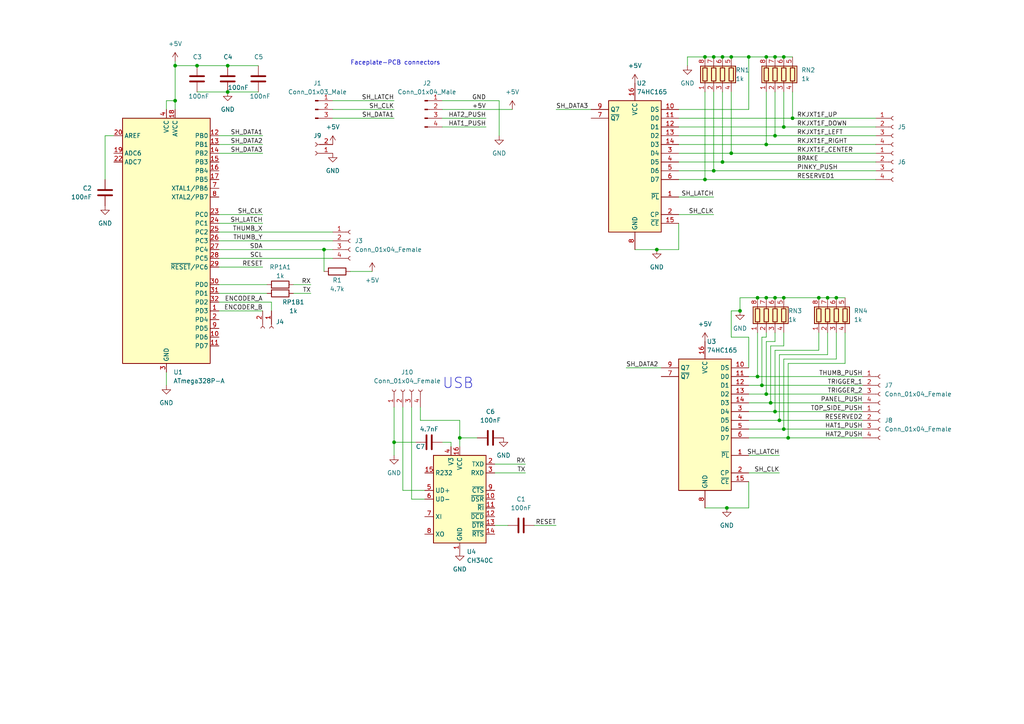
<source format=kicad_sch>
(kicad_sch (version 20211123) (generator eeschema)

  (uuid 6e38957b-39f3-4f36-9e4f-a337632a7ed6)

  (paper "A4")

  (lib_symbols
    (symbol "74xx:74HC165" (in_bom yes) (on_board yes)
      (property "Reference" "U" (id 0) (at -7.62 19.05 0)
        (effects (font (size 1.27 1.27)))
      )
      (property "Value" "74HC165" (id 1) (at -7.62 -21.59 0)
        (effects (font (size 1.27 1.27)))
      )
      (property "Footprint" "" (id 2) (at 0 0 0)
        (effects (font (size 1.27 1.27)) hide)
      )
      (property "Datasheet" "https://assets.nexperia.com/documents/data-sheet/74HC_HCT165.pdf" (id 3) (at 0 0 0)
        (effects (font (size 1.27 1.27)) hide)
      )
      (property "ki_keywords" "8 bit shift register parallel load cmos" (id 4) (at 0 0 0)
        (effects (font (size 1.27 1.27)) hide)
      )
      (property "ki_description" "Shift Register, 8-bit, Parallel Load" (id 5) (at 0 0 0)
        (effects (font (size 1.27 1.27)) hide)
      )
      (property "ki_fp_filters" "DIP?16* SO*16*3.9x9.9mm*P1.27mm* SSOP*16*5.3x6.2mm*P0.65mm* TSSOP*16*4.4x5mm*P0.65*" (id 6) (at 0 0 0)
        (effects (font (size 1.27 1.27)) hide)
      )
      (symbol "74HC165_1_0"
        (pin input line (at -12.7 -10.16 0) (length 5.08)
          (name "~{PL}" (effects (font (size 1.27 1.27))))
          (number "1" (effects (font (size 1.27 1.27))))
        )
        (pin input line (at -12.7 15.24 0) (length 5.08)
          (name "DS" (effects (font (size 1.27 1.27))))
          (number "10" (effects (font (size 1.27 1.27))))
        )
        (pin input line (at -12.7 12.7 0) (length 5.08)
          (name "D0" (effects (font (size 1.27 1.27))))
          (number "11" (effects (font (size 1.27 1.27))))
        )
        (pin input line (at -12.7 10.16 0) (length 5.08)
          (name "D1" (effects (font (size 1.27 1.27))))
          (number "12" (effects (font (size 1.27 1.27))))
        )
        (pin input line (at -12.7 7.62 0) (length 5.08)
          (name "D2" (effects (font (size 1.27 1.27))))
          (number "13" (effects (font (size 1.27 1.27))))
        )
        (pin input line (at -12.7 5.08 0) (length 5.08)
          (name "D3" (effects (font (size 1.27 1.27))))
          (number "14" (effects (font (size 1.27 1.27))))
        )
        (pin input line (at -12.7 -17.78 0) (length 5.08)
          (name "~{CE}" (effects (font (size 1.27 1.27))))
          (number "15" (effects (font (size 1.27 1.27))))
        )
        (pin power_in line (at 0 22.86 270) (length 5.08)
          (name "VCC" (effects (font (size 1.27 1.27))))
          (number "16" (effects (font (size 1.27 1.27))))
        )
        (pin input line (at -12.7 -15.24 0) (length 5.08)
          (name "CP" (effects (font (size 1.27 1.27))))
          (number "2" (effects (font (size 1.27 1.27))))
        )
        (pin input line (at -12.7 2.54 0) (length 5.08)
          (name "D4" (effects (font (size 1.27 1.27))))
          (number "3" (effects (font (size 1.27 1.27))))
        )
        (pin input line (at -12.7 0 0) (length 5.08)
          (name "D5" (effects (font (size 1.27 1.27))))
          (number "4" (effects (font (size 1.27 1.27))))
        )
        (pin input line (at -12.7 -2.54 0) (length 5.08)
          (name "D6" (effects (font (size 1.27 1.27))))
          (number "5" (effects (font (size 1.27 1.27))))
        )
        (pin input line (at -12.7 -5.08 0) (length 5.08)
          (name "D7" (effects (font (size 1.27 1.27))))
          (number "6" (effects (font (size 1.27 1.27))))
        )
        (pin output line (at 12.7 12.7 180) (length 5.08)
          (name "~{Q7}" (effects (font (size 1.27 1.27))))
          (number "7" (effects (font (size 1.27 1.27))))
        )
        (pin power_in line (at 0 -25.4 90) (length 5.08)
          (name "GND" (effects (font (size 1.27 1.27))))
          (number "8" (effects (font (size 1.27 1.27))))
        )
        (pin output line (at 12.7 15.24 180) (length 5.08)
          (name "Q7" (effects (font (size 1.27 1.27))))
          (number "9" (effects (font (size 1.27 1.27))))
        )
      )
      (symbol "74HC165_1_1"
        (rectangle (start -7.62 17.78) (end 7.62 -20.32)
          (stroke (width 0.254) (type default) (color 0 0 0 0))
          (fill (type background))
        )
      )
    )
    (symbol "Connector:Conn_01x02_Female" (pin_names (offset 1.016) hide) (in_bom yes) (on_board yes)
      (property "Reference" "J" (id 0) (at 0 2.54 0)
        (effects (font (size 1.27 1.27)))
      )
      (property "Value" "Conn_01x02_Female" (id 1) (at 0 -5.08 0)
        (effects (font (size 1.27 1.27)))
      )
      (property "Footprint" "" (id 2) (at 0 0 0)
        (effects (font (size 1.27 1.27)) hide)
      )
      (property "Datasheet" "~" (id 3) (at 0 0 0)
        (effects (font (size 1.27 1.27)) hide)
      )
      (property "ki_keywords" "connector" (id 4) (at 0 0 0)
        (effects (font (size 1.27 1.27)) hide)
      )
      (property "ki_description" "Generic connector, single row, 01x02, script generated (kicad-library-utils/schlib/autogen/connector/)" (id 5) (at 0 0 0)
        (effects (font (size 1.27 1.27)) hide)
      )
      (property "ki_fp_filters" "Connector*:*_1x??_*" (id 6) (at 0 0 0)
        (effects (font (size 1.27 1.27)) hide)
      )
      (symbol "Conn_01x02_Female_1_1"
        (arc (start 0 -2.032) (mid -0.508 -2.54) (end 0 -3.048)
          (stroke (width 0.1524) (type default) (color 0 0 0 0))
          (fill (type none))
        )
        (polyline
          (pts
            (xy -1.27 -2.54)
            (xy -0.508 -2.54)
          )
          (stroke (width 0.1524) (type default) (color 0 0 0 0))
          (fill (type none))
        )
        (polyline
          (pts
            (xy -1.27 0)
            (xy -0.508 0)
          )
          (stroke (width 0.1524) (type default) (color 0 0 0 0))
          (fill (type none))
        )
        (arc (start 0 0.508) (mid -0.508 0) (end 0 -0.508)
          (stroke (width 0.1524) (type default) (color 0 0 0 0))
          (fill (type none))
        )
        (pin passive line (at -5.08 0 0) (length 3.81)
          (name "Pin_1" (effects (font (size 1.27 1.27))))
          (number "1" (effects (font (size 1.27 1.27))))
        )
        (pin passive line (at -5.08 -2.54 0) (length 3.81)
          (name "Pin_2" (effects (font (size 1.27 1.27))))
          (number "2" (effects (font (size 1.27 1.27))))
        )
      )
    )
    (symbol "Connector:Conn_01x03_Male" (pin_names (offset 1.016) hide) (in_bom yes) (on_board yes)
      (property "Reference" "J" (id 0) (at 0 5.08 0)
        (effects (font (size 1.27 1.27)))
      )
      (property "Value" "Conn_01x03_Male" (id 1) (at 0 -5.08 0)
        (effects (font (size 1.27 1.27)))
      )
      (property "Footprint" "" (id 2) (at 0 0 0)
        (effects (font (size 1.27 1.27)) hide)
      )
      (property "Datasheet" "~" (id 3) (at 0 0 0)
        (effects (font (size 1.27 1.27)) hide)
      )
      (property "ki_keywords" "connector" (id 4) (at 0 0 0)
        (effects (font (size 1.27 1.27)) hide)
      )
      (property "ki_description" "Generic connector, single row, 01x03, script generated (kicad-library-utils/schlib/autogen/connector/)" (id 5) (at 0 0 0)
        (effects (font (size 1.27 1.27)) hide)
      )
      (property "ki_fp_filters" "Connector*:*_1x??_*" (id 6) (at 0 0 0)
        (effects (font (size 1.27 1.27)) hide)
      )
      (symbol "Conn_01x03_Male_1_1"
        (polyline
          (pts
            (xy 1.27 -2.54)
            (xy 0.8636 -2.54)
          )
          (stroke (width 0.1524) (type default) (color 0 0 0 0))
          (fill (type none))
        )
        (polyline
          (pts
            (xy 1.27 0)
            (xy 0.8636 0)
          )
          (stroke (width 0.1524) (type default) (color 0 0 0 0))
          (fill (type none))
        )
        (polyline
          (pts
            (xy 1.27 2.54)
            (xy 0.8636 2.54)
          )
          (stroke (width 0.1524) (type default) (color 0 0 0 0))
          (fill (type none))
        )
        (rectangle (start 0.8636 -2.413) (end 0 -2.667)
          (stroke (width 0.1524) (type default) (color 0 0 0 0))
          (fill (type outline))
        )
        (rectangle (start 0.8636 0.127) (end 0 -0.127)
          (stroke (width 0.1524) (type default) (color 0 0 0 0))
          (fill (type outline))
        )
        (rectangle (start 0.8636 2.667) (end 0 2.413)
          (stroke (width 0.1524) (type default) (color 0 0 0 0))
          (fill (type outline))
        )
        (pin passive line (at 5.08 2.54 180) (length 3.81)
          (name "Pin_1" (effects (font (size 1.27 1.27))))
          (number "1" (effects (font (size 1.27 1.27))))
        )
        (pin passive line (at 5.08 0 180) (length 3.81)
          (name "Pin_2" (effects (font (size 1.27 1.27))))
          (number "2" (effects (font (size 1.27 1.27))))
        )
        (pin passive line (at 5.08 -2.54 180) (length 3.81)
          (name "Pin_3" (effects (font (size 1.27 1.27))))
          (number "3" (effects (font (size 1.27 1.27))))
        )
      )
    )
    (symbol "Connector:Conn_01x04_Female" (pin_names (offset 1.016) hide) (in_bom yes) (on_board yes)
      (property "Reference" "J" (id 0) (at 0 5.08 0)
        (effects (font (size 1.27 1.27)))
      )
      (property "Value" "Conn_01x04_Female" (id 1) (at 0 -7.62 0)
        (effects (font (size 1.27 1.27)))
      )
      (property "Footprint" "" (id 2) (at 0 0 0)
        (effects (font (size 1.27 1.27)) hide)
      )
      (property "Datasheet" "~" (id 3) (at 0 0 0)
        (effects (font (size 1.27 1.27)) hide)
      )
      (property "ki_keywords" "connector" (id 4) (at 0 0 0)
        (effects (font (size 1.27 1.27)) hide)
      )
      (property "ki_description" "Generic connector, single row, 01x04, script generated (kicad-library-utils/schlib/autogen/connector/)" (id 5) (at 0 0 0)
        (effects (font (size 1.27 1.27)) hide)
      )
      (property "ki_fp_filters" "Connector*:*_1x??_*" (id 6) (at 0 0 0)
        (effects (font (size 1.27 1.27)) hide)
      )
      (symbol "Conn_01x04_Female_1_1"
        (arc (start 0 -4.572) (mid -0.508 -5.08) (end 0 -5.588)
          (stroke (width 0.1524) (type default) (color 0 0 0 0))
          (fill (type none))
        )
        (arc (start 0 -2.032) (mid -0.508 -2.54) (end 0 -3.048)
          (stroke (width 0.1524) (type default) (color 0 0 0 0))
          (fill (type none))
        )
        (polyline
          (pts
            (xy -1.27 -5.08)
            (xy -0.508 -5.08)
          )
          (stroke (width 0.1524) (type default) (color 0 0 0 0))
          (fill (type none))
        )
        (polyline
          (pts
            (xy -1.27 -2.54)
            (xy -0.508 -2.54)
          )
          (stroke (width 0.1524) (type default) (color 0 0 0 0))
          (fill (type none))
        )
        (polyline
          (pts
            (xy -1.27 0)
            (xy -0.508 0)
          )
          (stroke (width 0.1524) (type default) (color 0 0 0 0))
          (fill (type none))
        )
        (polyline
          (pts
            (xy -1.27 2.54)
            (xy -0.508 2.54)
          )
          (stroke (width 0.1524) (type default) (color 0 0 0 0))
          (fill (type none))
        )
        (arc (start 0 0.508) (mid -0.508 0) (end 0 -0.508)
          (stroke (width 0.1524) (type default) (color 0 0 0 0))
          (fill (type none))
        )
        (arc (start 0 3.048) (mid -0.508 2.54) (end 0 2.032)
          (stroke (width 0.1524) (type default) (color 0 0 0 0))
          (fill (type none))
        )
        (pin passive line (at -5.08 2.54 0) (length 3.81)
          (name "Pin_1" (effects (font (size 1.27 1.27))))
          (number "1" (effects (font (size 1.27 1.27))))
        )
        (pin passive line (at -5.08 0 0) (length 3.81)
          (name "Pin_2" (effects (font (size 1.27 1.27))))
          (number "2" (effects (font (size 1.27 1.27))))
        )
        (pin passive line (at -5.08 -2.54 0) (length 3.81)
          (name "Pin_3" (effects (font (size 1.27 1.27))))
          (number "3" (effects (font (size 1.27 1.27))))
        )
        (pin passive line (at -5.08 -5.08 0) (length 3.81)
          (name "Pin_4" (effects (font (size 1.27 1.27))))
          (number "4" (effects (font (size 1.27 1.27))))
        )
      )
    )
    (symbol "Connector:Conn_01x04_Male" (pin_names (offset 1.016) hide) (in_bom yes) (on_board yes)
      (property "Reference" "J" (id 0) (at 0 5.08 0)
        (effects (font (size 1.27 1.27)))
      )
      (property "Value" "Conn_01x04_Male" (id 1) (at 0 -7.62 0)
        (effects (font (size 1.27 1.27)))
      )
      (property "Footprint" "" (id 2) (at 0 0 0)
        (effects (font (size 1.27 1.27)) hide)
      )
      (property "Datasheet" "~" (id 3) (at 0 0 0)
        (effects (font (size 1.27 1.27)) hide)
      )
      (property "ki_keywords" "connector" (id 4) (at 0 0 0)
        (effects (font (size 1.27 1.27)) hide)
      )
      (property "ki_description" "Generic connector, single row, 01x04, script generated (kicad-library-utils/schlib/autogen/connector/)" (id 5) (at 0 0 0)
        (effects (font (size 1.27 1.27)) hide)
      )
      (property "ki_fp_filters" "Connector*:*_1x??_*" (id 6) (at 0 0 0)
        (effects (font (size 1.27 1.27)) hide)
      )
      (symbol "Conn_01x04_Male_1_1"
        (polyline
          (pts
            (xy 1.27 -5.08)
            (xy 0.8636 -5.08)
          )
          (stroke (width 0.1524) (type default) (color 0 0 0 0))
          (fill (type none))
        )
        (polyline
          (pts
            (xy 1.27 -2.54)
            (xy 0.8636 -2.54)
          )
          (stroke (width 0.1524) (type default) (color 0 0 0 0))
          (fill (type none))
        )
        (polyline
          (pts
            (xy 1.27 0)
            (xy 0.8636 0)
          )
          (stroke (width 0.1524) (type default) (color 0 0 0 0))
          (fill (type none))
        )
        (polyline
          (pts
            (xy 1.27 2.54)
            (xy 0.8636 2.54)
          )
          (stroke (width 0.1524) (type default) (color 0 0 0 0))
          (fill (type none))
        )
        (rectangle (start 0.8636 -4.953) (end 0 -5.207)
          (stroke (width 0.1524) (type default) (color 0 0 0 0))
          (fill (type outline))
        )
        (rectangle (start 0.8636 -2.413) (end 0 -2.667)
          (stroke (width 0.1524) (type default) (color 0 0 0 0))
          (fill (type outline))
        )
        (rectangle (start 0.8636 0.127) (end 0 -0.127)
          (stroke (width 0.1524) (type default) (color 0 0 0 0))
          (fill (type outline))
        )
        (rectangle (start 0.8636 2.667) (end 0 2.413)
          (stroke (width 0.1524) (type default) (color 0 0 0 0))
          (fill (type outline))
        )
        (pin passive line (at 5.08 2.54 180) (length 3.81)
          (name "Pin_1" (effects (font (size 1.27 1.27))))
          (number "1" (effects (font (size 1.27 1.27))))
        )
        (pin passive line (at 5.08 0 180) (length 3.81)
          (name "Pin_2" (effects (font (size 1.27 1.27))))
          (number "2" (effects (font (size 1.27 1.27))))
        )
        (pin passive line (at 5.08 -2.54 180) (length 3.81)
          (name "Pin_3" (effects (font (size 1.27 1.27))))
          (number "3" (effects (font (size 1.27 1.27))))
        )
        (pin passive line (at 5.08 -5.08 180) (length 3.81)
          (name "Pin_4" (effects (font (size 1.27 1.27))))
          (number "4" (effects (font (size 1.27 1.27))))
        )
      )
    )
    (symbol "Device:C" (pin_numbers hide) (pin_names (offset 0.254)) (in_bom yes) (on_board yes)
      (property "Reference" "C" (id 0) (at 0.635 2.54 0)
        (effects (font (size 1.27 1.27)) (justify left))
      )
      (property "Value" "C" (id 1) (at 0.635 -2.54 0)
        (effects (font (size 1.27 1.27)) (justify left))
      )
      (property "Footprint" "" (id 2) (at 0.9652 -3.81 0)
        (effects (font (size 1.27 1.27)) hide)
      )
      (property "Datasheet" "~" (id 3) (at 0 0 0)
        (effects (font (size 1.27 1.27)) hide)
      )
      (property "ki_keywords" "cap capacitor" (id 4) (at 0 0 0)
        (effects (font (size 1.27 1.27)) hide)
      )
      (property "ki_description" "Unpolarized capacitor" (id 5) (at 0 0 0)
        (effects (font (size 1.27 1.27)) hide)
      )
      (property "ki_fp_filters" "C_*" (id 6) (at 0 0 0)
        (effects (font (size 1.27 1.27)) hide)
      )
      (symbol "C_0_1"
        (polyline
          (pts
            (xy -2.032 -0.762)
            (xy 2.032 -0.762)
          )
          (stroke (width 0.508) (type default) (color 0 0 0 0))
          (fill (type none))
        )
        (polyline
          (pts
            (xy -2.032 0.762)
            (xy 2.032 0.762)
          )
          (stroke (width 0.508) (type default) (color 0 0 0 0))
          (fill (type none))
        )
      )
      (symbol "C_1_1"
        (pin passive line (at 0 3.81 270) (length 2.794)
          (name "~" (effects (font (size 1.27 1.27))))
          (number "1" (effects (font (size 1.27 1.27))))
        )
        (pin passive line (at 0 -3.81 90) (length 2.794)
          (name "~" (effects (font (size 1.27 1.27))))
          (number "2" (effects (font (size 1.27 1.27))))
        )
      )
    )
    (symbol "Device:R" (pin_numbers hide) (pin_names (offset 0)) (in_bom yes) (on_board yes)
      (property "Reference" "R" (id 0) (at 2.032 0 90)
        (effects (font (size 1.27 1.27)))
      )
      (property "Value" "R" (id 1) (at 0 0 90)
        (effects (font (size 1.27 1.27)))
      )
      (property "Footprint" "" (id 2) (at -1.778 0 90)
        (effects (font (size 1.27 1.27)) hide)
      )
      (property "Datasheet" "~" (id 3) (at 0 0 0)
        (effects (font (size 1.27 1.27)) hide)
      )
      (property "ki_keywords" "R res resistor" (id 4) (at 0 0 0)
        (effects (font (size 1.27 1.27)) hide)
      )
      (property "ki_description" "Resistor" (id 5) (at 0 0 0)
        (effects (font (size 1.27 1.27)) hide)
      )
      (property "ki_fp_filters" "R_*" (id 6) (at 0 0 0)
        (effects (font (size 1.27 1.27)) hide)
      )
      (symbol "R_0_1"
        (rectangle (start -1.016 -2.54) (end 1.016 2.54)
          (stroke (width 0.254) (type default) (color 0 0 0 0))
          (fill (type none))
        )
      )
      (symbol "R_1_1"
        (pin passive line (at 0 3.81 270) (length 1.27)
          (name "~" (effects (font (size 1.27 1.27))))
          (number "1" (effects (font (size 1.27 1.27))))
        )
        (pin passive line (at 0 -3.81 90) (length 1.27)
          (name "~" (effects (font (size 1.27 1.27))))
          (number "2" (effects (font (size 1.27 1.27))))
        )
      )
    )
    (symbol "Device:R_Pack04" (pin_names (offset 0) hide) (in_bom yes) (on_board yes)
      (property "Reference" "RN" (id 0) (at -7.62 0 90)
        (effects (font (size 1.27 1.27)))
      )
      (property "Value" "R_Pack04" (id 1) (at 5.08 0 90)
        (effects (font (size 1.27 1.27)))
      )
      (property "Footprint" "" (id 2) (at 6.985 0 90)
        (effects (font (size 1.27 1.27)) hide)
      )
      (property "Datasheet" "~" (id 3) (at 0 0 0)
        (effects (font (size 1.27 1.27)) hide)
      )
      (property "ki_keywords" "R network parallel topology isolated" (id 4) (at 0 0 0)
        (effects (font (size 1.27 1.27)) hide)
      )
      (property "ki_description" "4 resistor network, parallel topology" (id 5) (at 0 0 0)
        (effects (font (size 1.27 1.27)) hide)
      )
      (property "ki_fp_filters" "DIP* SOIC* R*Array*Concave* R*Array*Convex*" (id 6) (at 0 0 0)
        (effects (font (size 1.27 1.27)) hide)
      )
      (symbol "R_Pack04_0_1"
        (rectangle (start -6.35 -2.413) (end 3.81 2.413)
          (stroke (width 0.254) (type default) (color 0 0 0 0))
          (fill (type background))
        )
        (rectangle (start -5.715 1.905) (end -4.445 -1.905)
          (stroke (width 0.254) (type default) (color 0 0 0 0))
          (fill (type none))
        )
        (rectangle (start -3.175 1.905) (end -1.905 -1.905)
          (stroke (width 0.254) (type default) (color 0 0 0 0))
          (fill (type none))
        )
        (rectangle (start -0.635 1.905) (end 0.635 -1.905)
          (stroke (width 0.254) (type default) (color 0 0 0 0))
          (fill (type none))
        )
        (polyline
          (pts
            (xy -5.08 -2.54)
            (xy -5.08 -1.905)
          )
          (stroke (width 0) (type default) (color 0 0 0 0))
          (fill (type none))
        )
        (polyline
          (pts
            (xy -5.08 1.905)
            (xy -5.08 2.54)
          )
          (stroke (width 0) (type default) (color 0 0 0 0))
          (fill (type none))
        )
        (polyline
          (pts
            (xy -2.54 -2.54)
            (xy -2.54 -1.905)
          )
          (stroke (width 0) (type default) (color 0 0 0 0))
          (fill (type none))
        )
        (polyline
          (pts
            (xy -2.54 1.905)
            (xy -2.54 2.54)
          )
          (stroke (width 0) (type default) (color 0 0 0 0))
          (fill (type none))
        )
        (polyline
          (pts
            (xy 0 -2.54)
            (xy 0 -1.905)
          )
          (stroke (width 0) (type default) (color 0 0 0 0))
          (fill (type none))
        )
        (polyline
          (pts
            (xy 0 1.905)
            (xy 0 2.54)
          )
          (stroke (width 0) (type default) (color 0 0 0 0))
          (fill (type none))
        )
        (polyline
          (pts
            (xy 2.54 -2.54)
            (xy 2.54 -1.905)
          )
          (stroke (width 0) (type default) (color 0 0 0 0))
          (fill (type none))
        )
        (polyline
          (pts
            (xy 2.54 1.905)
            (xy 2.54 2.54)
          )
          (stroke (width 0) (type default) (color 0 0 0 0))
          (fill (type none))
        )
        (rectangle (start 1.905 1.905) (end 3.175 -1.905)
          (stroke (width 0.254) (type default) (color 0 0 0 0))
          (fill (type none))
        )
      )
      (symbol "R_Pack04_1_1"
        (pin passive line (at -5.08 -5.08 90) (length 2.54)
          (name "R1.1" (effects (font (size 1.27 1.27))))
          (number "1" (effects (font (size 1.27 1.27))))
        )
        (pin passive line (at -2.54 -5.08 90) (length 2.54)
          (name "R2.1" (effects (font (size 1.27 1.27))))
          (number "2" (effects (font (size 1.27 1.27))))
        )
        (pin passive line (at 0 -5.08 90) (length 2.54)
          (name "R3.1" (effects (font (size 1.27 1.27))))
          (number "3" (effects (font (size 1.27 1.27))))
        )
        (pin passive line (at 2.54 -5.08 90) (length 2.54)
          (name "R4.1" (effects (font (size 1.27 1.27))))
          (number "4" (effects (font (size 1.27 1.27))))
        )
        (pin passive line (at 2.54 5.08 270) (length 2.54)
          (name "R4.2" (effects (font (size 1.27 1.27))))
          (number "5" (effects (font (size 1.27 1.27))))
        )
        (pin passive line (at 0 5.08 270) (length 2.54)
          (name "R3.2" (effects (font (size 1.27 1.27))))
          (number "6" (effects (font (size 1.27 1.27))))
        )
        (pin passive line (at -2.54 5.08 270) (length 2.54)
          (name "R2.2" (effects (font (size 1.27 1.27))))
          (number "7" (effects (font (size 1.27 1.27))))
        )
        (pin passive line (at -5.08 5.08 270) (length 2.54)
          (name "R1.2" (effects (font (size 1.27 1.27))))
          (number "8" (effects (font (size 1.27 1.27))))
        )
      )
    )
    (symbol "Interface_USB:CH340G" (in_bom yes) (on_board yes)
      (property "Reference" "U" (id 0) (at -5.08 13.97 0)
        (effects (font (size 1.27 1.27)) (justify right))
      )
      (property "Value" "CH340G" (id 1) (at 1.27 13.97 0)
        (effects (font (size 1.27 1.27)) (justify left))
      )
      (property "Footprint" "Package_SO:SOIC-16_3.9x9.9mm_P1.27mm" (id 2) (at 1.27 -13.97 0)
        (effects (font (size 1.27 1.27)) (justify left) hide)
      )
      (property "Datasheet" "http://www.datasheet5.com/pdf-local-2195953" (id 3) (at -8.89 20.32 0)
        (effects (font (size 1.27 1.27)) hide)
      )
      (property "ki_keywords" "USB UART Serial Converter Interface" (id 4) (at 0 0 0)
        (effects (font (size 1.27 1.27)) hide)
      )
      (property "ki_description" "USB serial converter, UART, SOIC-16" (id 5) (at 0 0 0)
        (effects (font (size 1.27 1.27)) hide)
      )
      (property "ki_fp_filters" "SOIC*3.9x9.9mm*P1.27mm*" (id 6) (at 0 0 0)
        (effects (font (size 1.27 1.27)) hide)
      )
      (symbol "CH340G_0_1"
        (rectangle (start -7.62 12.7) (end 7.62 -12.7)
          (stroke (width 0.254) (type default) (color 0 0 0 0))
          (fill (type background))
        )
      )
      (symbol "CH340G_1_1"
        (pin power_in line (at 0 -15.24 90) (length 2.54)
          (name "GND" (effects (font (size 1.27 1.27))))
          (number "1" (effects (font (size 1.27 1.27))))
        )
        (pin input line (at 10.16 0 180) (length 2.54)
          (name "~{DSR}" (effects (font (size 1.27 1.27))))
          (number "10" (effects (font (size 1.27 1.27))))
        )
        (pin input line (at 10.16 -2.54 180) (length 2.54)
          (name "~{RI}" (effects (font (size 1.27 1.27))))
          (number "11" (effects (font (size 1.27 1.27))))
        )
        (pin input line (at 10.16 -5.08 180) (length 2.54)
          (name "~{DCD}" (effects (font (size 1.27 1.27))))
          (number "12" (effects (font (size 1.27 1.27))))
        )
        (pin output line (at 10.16 -7.62 180) (length 2.54)
          (name "~{DTR}" (effects (font (size 1.27 1.27))))
          (number "13" (effects (font (size 1.27 1.27))))
        )
        (pin output line (at 10.16 -10.16 180) (length 2.54)
          (name "~{RTS}" (effects (font (size 1.27 1.27))))
          (number "14" (effects (font (size 1.27 1.27))))
        )
        (pin input line (at -10.16 7.62 0) (length 2.54)
          (name "R232" (effects (font (size 1.27 1.27))))
          (number "15" (effects (font (size 1.27 1.27))))
        )
        (pin power_in line (at 0 15.24 270) (length 2.54)
          (name "VCC" (effects (font (size 1.27 1.27))))
          (number "16" (effects (font (size 1.27 1.27))))
        )
        (pin output line (at 10.16 10.16 180) (length 2.54)
          (name "TXD" (effects (font (size 1.27 1.27))))
          (number "2" (effects (font (size 1.27 1.27))))
        )
        (pin input line (at 10.16 7.62 180) (length 2.54)
          (name "RXD" (effects (font (size 1.27 1.27))))
          (number "3" (effects (font (size 1.27 1.27))))
        )
        (pin passive line (at -2.54 15.24 270) (length 2.54)
          (name "V3" (effects (font (size 1.27 1.27))))
          (number "4" (effects (font (size 1.27 1.27))))
        )
        (pin bidirectional line (at -10.16 2.54 0) (length 2.54)
          (name "UD+" (effects (font (size 1.27 1.27))))
          (number "5" (effects (font (size 1.27 1.27))))
        )
        (pin bidirectional line (at -10.16 0 0) (length 2.54)
          (name "UD-" (effects (font (size 1.27 1.27))))
          (number "6" (effects (font (size 1.27 1.27))))
        )
        (pin input line (at -10.16 -5.08 0) (length 2.54)
          (name "XI" (effects (font (size 1.27 1.27))))
          (number "7" (effects (font (size 1.27 1.27))))
        )
        (pin output line (at -10.16 -10.16 0) (length 2.54)
          (name "XO" (effects (font (size 1.27 1.27))))
          (number "8" (effects (font (size 1.27 1.27))))
        )
        (pin input line (at 10.16 2.54 180) (length 2.54)
          (name "~{CTS}" (effects (font (size 1.27 1.27))))
          (number "9" (effects (font (size 1.27 1.27))))
        )
      )
    )
    (symbol "MCU_Microchip_ATmega:ATmega328P-A" (in_bom yes) (on_board yes)
      (property "Reference" "U" (id 0) (at -12.7 36.83 0)
        (effects (font (size 1.27 1.27)) (justify left bottom))
      )
      (property "Value" "ATmega328P-A" (id 1) (at 2.54 -36.83 0)
        (effects (font (size 1.27 1.27)) (justify left top))
      )
      (property "Footprint" "Package_QFP:TQFP-32_7x7mm_P0.8mm" (id 2) (at 0 0 0)
        (effects (font (size 1.27 1.27) italic) hide)
      )
      (property "Datasheet" "http://ww1.microchip.com/downloads/en/DeviceDoc/ATmega328_P%20AVR%20MCU%20with%20picoPower%20Technology%20Data%20Sheet%2040001984A.pdf" (id 3) (at 0 0 0)
        (effects (font (size 1.27 1.27)) hide)
      )
      (property "ki_keywords" "AVR 8bit Microcontroller MegaAVR PicoPower" (id 4) (at 0 0 0)
        (effects (font (size 1.27 1.27)) hide)
      )
      (property "ki_description" "20MHz, 32kB Flash, 2kB SRAM, 1kB EEPROM, TQFP-32" (id 5) (at 0 0 0)
        (effects (font (size 1.27 1.27)) hide)
      )
      (property "ki_fp_filters" "TQFP*7x7mm*P0.8mm*" (id 6) (at 0 0 0)
        (effects (font (size 1.27 1.27)) hide)
      )
      (symbol "ATmega328P-A_0_1"
        (rectangle (start -12.7 -35.56) (end 12.7 35.56)
          (stroke (width 0.254) (type default) (color 0 0 0 0))
          (fill (type background))
        )
      )
      (symbol "ATmega328P-A_1_1"
        (pin bidirectional line (at 15.24 -20.32 180) (length 2.54)
          (name "PD3" (effects (font (size 1.27 1.27))))
          (number "1" (effects (font (size 1.27 1.27))))
        )
        (pin bidirectional line (at 15.24 -27.94 180) (length 2.54)
          (name "PD6" (effects (font (size 1.27 1.27))))
          (number "10" (effects (font (size 1.27 1.27))))
        )
        (pin bidirectional line (at 15.24 -30.48 180) (length 2.54)
          (name "PD7" (effects (font (size 1.27 1.27))))
          (number "11" (effects (font (size 1.27 1.27))))
        )
        (pin bidirectional line (at 15.24 30.48 180) (length 2.54)
          (name "PB0" (effects (font (size 1.27 1.27))))
          (number "12" (effects (font (size 1.27 1.27))))
        )
        (pin bidirectional line (at 15.24 27.94 180) (length 2.54)
          (name "PB1" (effects (font (size 1.27 1.27))))
          (number "13" (effects (font (size 1.27 1.27))))
        )
        (pin bidirectional line (at 15.24 25.4 180) (length 2.54)
          (name "PB2" (effects (font (size 1.27 1.27))))
          (number "14" (effects (font (size 1.27 1.27))))
        )
        (pin bidirectional line (at 15.24 22.86 180) (length 2.54)
          (name "PB3" (effects (font (size 1.27 1.27))))
          (number "15" (effects (font (size 1.27 1.27))))
        )
        (pin bidirectional line (at 15.24 20.32 180) (length 2.54)
          (name "PB4" (effects (font (size 1.27 1.27))))
          (number "16" (effects (font (size 1.27 1.27))))
        )
        (pin bidirectional line (at 15.24 17.78 180) (length 2.54)
          (name "PB5" (effects (font (size 1.27 1.27))))
          (number "17" (effects (font (size 1.27 1.27))))
        )
        (pin power_in line (at 2.54 38.1 270) (length 2.54)
          (name "AVCC" (effects (font (size 1.27 1.27))))
          (number "18" (effects (font (size 1.27 1.27))))
        )
        (pin input line (at -15.24 25.4 0) (length 2.54)
          (name "ADC6" (effects (font (size 1.27 1.27))))
          (number "19" (effects (font (size 1.27 1.27))))
        )
        (pin bidirectional line (at 15.24 -22.86 180) (length 2.54)
          (name "PD4" (effects (font (size 1.27 1.27))))
          (number "2" (effects (font (size 1.27 1.27))))
        )
        (pin passive line (at -15.24 30.48 0) (length 2.54)
          (name "AREF" (effects (font (size 1.27 1.27))))
          (number "20" (effects (font (size 1.27 1.27))))
        )
        (pin passive line (at 0 -38.1 90) (length 2.54) hide
          (name "GND" (effects (font (size 1.27 1.27))))
          (number "21" (effects (font (size 1.27 1.27))))
        )
        (pin input line (at -15.24 22.86 0) (length 2.54)
          (name "ADC7" (effects (font (size 1.27 1.27))))
          (number "22" (effects (font (size 1.27 1.27))))
        )
        (pin bidirectional line (at 15.24 7.62 180) (length 2.54)
          (name "PC0" (effects (font (size 1.27 1.27))))
          (number "23" (effects (font (size 1.27 1.27))))
        )
        (pin bidirectional line (at 15.24 5.08 180) (length 2.54)
          (name "PC1" (effects (font (size 1.27 1.27))))
          (number "24" (effects (font (size 1.27 1.27))))
        )
        (pin bidirectional line (at 15.24 2.54 180) (length 2.54)
          (name "PC2" (effects (font (size 1.27 1.27))))
          (number "25" (effects (font (size 1.27 1.27))))
        )
        (pin bidirectional line (at 15.24 0 180) (length 2.54)
          (name "PC3" (effects (font (size 1.27 1.27))))
          (number "26" (effects (font (size 1.27 1.27))))
        )
        (pin bidirectional line (at 15.24 -2.54 180) (length 2.54)
          (name "PC4" (effects (font (size 1.27 1.27))))
          (number "27" (effects (font (size 1.27 1.27))))
        )
        (pin bidirectional line (at 15.24 -5.08 180) (length 2.54)
          (name "PC5" (effects (font (size 1.27 1.27))))
          (number "28" (effects (font (size 1.27 1.27))))
        )
        (pin bidirectional line (at 15.24 -7.62 180) (length 2.54)
          (name "~{RESET}/PC6" (effects (font (size 1.27 1.27))))
          (number "29" (effects (font (size 1.27 1.27))))
        )
        (pin power_in line (at 0 -38.1 90) (length 2.54)
          (name "GND" (effects (font (size 1.27 1.27))))
          (number "3" (effects (font (size 1.27 1.27))))
        )
        (pin bidirectional line (at 15.24 -12.7 180) (length 2.54)
          (name "PD0" (effects (font (size 1.27 1.27))))
          (number "30" (effects (font (size 1.27 1.27))))
        )
        (pin bidirectional line (at 15.24 -15.24 180) (length 2.54)
          (name "PD1" (effects (font (size 1.27 1.27))))
          (number "31" (effects (font (size 1.27 1.27))))
        )
        (pin bidirectional line (at 15.24 -17.78 180) (length 2.54)
          (name "PD2" (effects (font (size 1.27 1.27))))
          (number "32" (effects (font (size 1.27 1.27))))
        )
        (pin power_in line (at 0 38.1 270) (length 2.54)
          (name "VCC" (effects (font (size 1.27 1.27))))
          (number "4" (effects (font (size 1.27 1.27))))
        )
        (pin passive line (at 0 -38.1 90) (length 2.54) hide
          (name "GND" (effects (font (size 1.27 1.27))))
          (number "5" (effects (font (size 1.27 1.27))))
        )
        (pin passive line (at 0 38.1 270) (length 2.54) hide
          (name "VCC" (effects (font (size 1.27 1.27))))
          (number "6" (effects (font (size 1.27 1.27))))
        )
        (pin bidirectional line (at 15.24 15.24 180) (length 2.54)
          (name "XTAL1/PB6" (effects (font (size 1.27 1.27))))
          (number "7" (effects (font (size 1.27 1.27))))
        )
        (pin bidirectional line (at 15.24 12.7 180) (length 2.54)
          (name "XTAL2/PB7" (effects (font (size 1.27 1.27))))
          (number "8" (effects (font (size 1.27 1.27))))
        )
        (pin bidirectional line (at 15.24 -25.4 180) (length 2.54)
          (name "PD5" (effects (font (size 1.27 1.27))))
          (number "9" (effects (font (size 1.27 1.27))))
        )
      )
    )
    (symbol "power:+5V" (power) (pin_names (offset 0)) (in_bom yes) (on_board yes)
      (property "Reference" "#PWR" (id 0) (at 0 -3.81 0)
        (effects (font (size 1.27 1.27)) hide)
      )
      (property "Value" "+5V" (id 1) (at 0 3.556 0)
        (effects (font (size 1.27 1.27)))
      )
      (property "Footprint" "" (id 2) (at 0 0 0)
        (effects (font (size 1.27 1.27)) hide)
      )
      (property "Datasheet" "" (id 3) (at 0 0 0)
        (effects (font (size 1.27 1.27)) hide)
      )
      (property "ki_keywords" "power-flag" (id 4) (at 0 0 0)
        (effects (font (size 1.27 1.27)) hide)
      )
      (property "ki_description" "Power symbol creates a global label with name \"+5V\"" (id 5) (at 0 0 0)
        (effects (font (size 1.27 1.27)) hide)
      )
      (symbol "+5V_0_1"
        (polyline
          (pts
            (xy -0.762 1.27)
            (xy 0 2.54)
          )
          (stroke (width 0) (type default) (color 0 0 0 0))
          (fill (type none))
        )
        (polyline
          (pts
            (xy 0 0)
            (xy 0 2.54)
          )
          (stroke (width 0) (type default) (color 0 0 0 0))
          (fill (type none))
        )
        (polyline
          (pts
            (xy 0 2.54)
            (xy 0.762 1.27)
          )
          (stroke (width 0) (type default) (color 0 0 0 0))
          (fill (type none))
        )
      )
      (symbol "+5V_1_1"
        (pin power_in line (at 0 0 90) (length 0) hide
          (name "+5V" (effects (font (size 1.27 1.27))))
          (number "1" (effects (font (size 1.27 1.27))))
        )
      )
    )
    (symbol "power:GND" (power) (pin_names (offset 0)) (in_bom yes) (on_board yes)
      (property "Reference" "#PWR" (id 0) (at 0 -6.35 0)
        (effects (font (size 1.27 1.27)) hide)
      )
      (property "Value" "GND" (id 1) (at 0 -3.81 0)
        (effects (font (size 1.27 1.27)))
      )
      (property "Footprint" "" (id 2) (at 0 0 0)
        (effects (font (size 1.27 1.27)) hide)
      )
      (property "Datasheet" "" (id 3) (at 0 0 0)
        (effects (font (size 1.27 1.27)) hide)
      )
      (property "ki_keywords" "power-flag" (id 4) (at 0 0 0)
        (effects (font (size 1.27 1.27)) hide)
      )
      (property "ki_description" "Power symbol creates a global label with name \"GND\" , ground" (id 5) (at 0 0 0)
        (effects (font (size 1.27 1.27)) hide)
      )
      (symbol "GND_0_1"
        (polyline
          (pts
            (xy 0 0)
            (xy 0 -1.27)
            (xy 1.27 -1.27)
            (xy 0 -2.54)
            (xy -1.27 -1.27)
            (xy 0 -1.27)
          )
          (stroke (width 0) (type default) (color 0 0 0 0))
          (fill (type none))
        )
      )
      (symbol "GND_1_1"
        (pin power_in line (at 0 0 270) (length 0) hide
          (name "GND" (effects (font (size 1.27 1.27))))
          (number "1" (effects (font (size 1.27 1.27))))
        )
      )
    )
  )

  (junction (at 226.06 121.92) (diameter 0) (color 0 0 0 0)
    (uuid 0ba98e2d-5ec7-4f99-92ed-43f493b5dfe0)
  )
  (junction (at 227.33 36.83) (diameter 0) (color 0 0 0 0)
    (uuid 10d6bece-2fe2-4e9c-951c-ce0f71bb10fc)
  )
  (junction (at 57.15 19.05) (diameter 0) (color 0 0 0 0)
    (uuid 140d9729-7f93-4ada-bffb-5084f393ec35)
  )
  (junction (at 224.79 86.36) (diameter 0) (color 0 0 0 0)
    (uuid 16e0b995-3248-41cb-af07-4f6d48033740)
  )
  (junction (at 222.25 16.51) (diameter 0) (color 0 0 0 0)
    (uuid 170d8e59-64af-4eab-9d30-7041d89b8943)
  )
  (junction (at 224.79 39.37) (diameter 0) (color 0 0 0 0)
    (uuid 198dd92f-055f-4b28-85e1-2a45cc19fbc5)
  )
  (junction (at 212.09 16.51) (diameter 0) (color 0 0 0 0)
    (uuid 19d8aef5-715b-4c0b-a9c6-b79dff07c793)
  )
  (junction (at 217.17 16.51) (diameter 0) (color 0 0 0 0)
    (uuid 2048d097-ef2b-4021-8662-a347a31469d5)
  )
  (junction (at 209.55 16.51) (diameter 0) (color 0 0 0 0)
    (uuid 21b0c3ad-453c-433c-b9d1-774b9149a579)
  )
  (junction (at 222.25 114.3) (diameter 0) (color 0 0 0 0)
    (uuid 2b853ecc-98ad-4b5d-8872-f87068e30a6b)
  )
  (junction (at 204.47 16.51) (diameter 0) (color 0 0 0 0)
    (uuid 30667f82-168a-4829-b681-a6ee37964c52)
  )
  (junction (at 207.01 49.53) (diameter 0) (color 0 0 0 0)
    (uuid 39dd64e4-af0d-4c99-bae8-be8cc86b1cb4)
  )
  (junction (at 227.33 124.46) (diameter 0) (color 0 0 0 0)
    (uuid 3b565153-f41d-462b-9d53-66b1418be9ea)
  )
  (junction (at 224.79 119.38) (diameter 0) (color 0 0 0 0)
    (uuid 4758c509-ee08-4042-9589-b7a76f784b40)
  )
  (junction (at 229.87 34.29) (diameter 0) (color 0 0 0 0)
    (uuid 4991f4b1-e65c-440a-b6db-5dfc5cb33d4f)
  )
  (junction (at 227.33 16.51) (diameter 0) (color 0 0 0 0)
    (uuid 4b1cd7ce-2a13-4f04-8134-4951c2504266)
  )
  (junction (at 227.33 86.36) (diameter 0) (color 0 0 0 0)
    (uuid 70df4b8b-28d5-4a71-9a9d-ae41b66d7361)
  )
  (junction (at 222.25 86.36) (diameter 0) (color 0 0 0 0)
    (uuid 711845c6-42c6-4557-964a-f13570a705a4)
  )
  (junction (at 207.01 16.51) (diameter 0) (color 0 0 0 0)
    (uuid 7c54b142-3e7e-461f-b278-06ed4244717d)
  )
  (junction (at 237.49 86.36) (diameter 0) (color 0 0 0 0)
    (uuid 7d7666d0-9352-45b1-a75d-fc3da067d1c1)
  )
  (junction (at 133.35 127) (diameter 0) (color 0 0 0 0)
    (uuid 83f10aa0-46c5-4a64-a98f-59d6c763778c)
  )
  (junction (at 219.71 109.22) (diameter 0) (color 0 0 0 0)
    (uuid 8ca095b1-a74b-4aa1-b9ce-e6f16e5b04aa)
  )
  (junction (at 50.8 29.21) (diameter 0) (color 0 0 0 0)
    (uuid 90945cee-56f9-4b82-95a6-996508853f3b)
  )
  (junction (at 114.3 128.27) (diameter 0) (color 0 0 0 0)
    (uuid 98e8a4de-d9b9-4fc5-a34b-273844705d4d)
  )
  (junction (at 223.52 116.84) (diameter 0) (color 0 0 0 0)
    (uuid a87835d6-7b2b-4a87-89ac-265e4b1eeb42)
  )
  (junction (at 66.04 26.67) (diameter 0) (color 0 0 0 0)
    (uuid ac23c779-a07d-4efe-bb3c-86fc0ee44309)
  )
  (junction (at 220.98 111.76) (diameter 0) (color 0 0 0 0)
    (uuid b99afad8-a5ba-434d-9b93-ffe5ebb13e69)
  )
  (junction (at 190.5 72.39) (diameter 0) (color 0 0 0 0)
    (uuid bc77e35b-31cb-4e19-bcaa-39f2d5b0ed72)
  )
  (junction (at 210.82 147.32) (diameter 0) (color 0 0 0 0)
    (uuid cd85e52f-1468-4529-830a-9949ca8e73e1)
  )
  (junction (at 242.57 86.36) (diameter 0) (color 0 0 0 0)
    (uuid cdecda5d-1834-47de-a661-d4bb5cdd041f)
  )
  (junction (at 240.03 86.36) (diameter 0) (color 0 0 0 0)
    (uuid cf82c222-0cd5-4850-9ec2-0b79f7520573)
  )
  (junction (at 66.04 19.05) (diameter 0) (color 0 0 0 0)
    (uuid d0454340-7e5d-4f64-a5d5-f12ec4da2b8c)
  )
  (junction (at 224.79 16.51) (diameter 0) (color 0 0 0 0)
    (uuid d0894666-a498-4b38-9f2a-8f9dad571600)
  )
  (junction (at 214.63 90.17) (diameter 0) (color 0 0 0 0)
    (uuid d09cde22-8cb0-4467-9d0a-172f0d5a232a)
  )
  (junction (at 204.47 52.07) (diameter 0) (color 0 0 0 0)
    (uuid e2a94c35-3ea5-4429-9e49-f1597125258b)
  )
  (junction (at 219.71 86.36) (diameter 0) (color 0 0 0 0)
    (uuid e3cfb9bc-2051-4249-9aeb-743a38278a68)
  )
  (junction (at 209.55 46.99) (diameter 0) (color 0 0 0 0)
    (uuid e97f570b-c5da-497f-98d8-b82fcd52d379)
  )
  (junction (at 222.25 41.91) (diameter 0) (color 0 0 0 0)
    (uuid ef3afb09-2372-4832-9fd9-decb7abd8ea0)
  )
  (junction (at 50.8 19.05) (diameter 0) (color 0 0 0 0)
    (uuid f0e82770-fa5b-4226-a7a2-feced3a02c24)
  )
  (junction (at 228.6 127) (diameter 0) (color 0 0 0 0)
    (uuid f2e0e1f4-5844-4ece-a228-4b6e4be6a44c)
  )
  (junction (at 93.98 72.39) (diameter 0) (color 0 0 0 0)
    (uuid f828d28b-bb07-41e8-a28e-12d9212eee7f)
  )
  (junction (at 212.09 44.45) (diameter 0) (color 0 0 0 0)
    (uuid ffb9ed73-95fc-46d4-9295-831b10fcc6d2)
  )

  (wire (pts (xy 224.79 119.38) (xy 250.19 119.38))
    (stroke (width 0) (type default) (color 0 0 0 0))
    (uuid 0387702f-883d-4104-8be5-ff588fea27e9)
  )
  (wire (pts (xy 63.5 44.45) (xy 76.2 44.45))
    (stroke (width 0) (type default) (color 0 0 0 0))
    (uuid 06d7bd46-0578-4768-9939-129e042818ba)
  )
  (wire (pts (xy 63.5 90.17) (xy 76.2 90.17))
    (stroke (width 0) (type default) (color 0 0 0 0))
    (uuid 07886ae7-f6c3-45e0-aa23-b0cb8bb4a82f)
  )
  (wire (pts (xy 219.71 96.52) (xy 219.71 109.22))
    (stroke (width 0) (type default) (color 0 0 0 0))
    (uuid 0ad966ab-89e7-4b20-b0b6-53b8fa008ecb)
  )
  (wire (pts (xy 220.98 97.79) (xy 220.98 111.76))
    (stroke (width 0) (type default) (color 0 0 0 0))
    (uuid 0d001aea-d17a-4484-9c0a-aacafccd28a0)
  )
  (wire (pts (xy 123.19 142.24) (xy 116.84 142.24))
    (stroke (width 0) (type default) (color 0 0 0 0))
    (uuid 0db6540d-9a98-4ad3-8b3d-e2998adcb40c)
  )
  (wire (pts (xy 222.25 99.06) (xy 222.25 114.3))
    (stroke (width 0) (type default) (color 0 0 0 0))
    (uuid 0e030b01-5890-4779-afad-531004292e31)
  )
  (wire (pts (xy 209.55 26.67) (xy 209.55 46.99))
    (stroke (width 0) (type default) (color 0 0 0 0))
    (uuid 0e2b9951-d16b-44e6-b1cb-591d480e8428)
  )
  (wire (pts (xy 93.98 72.39) (xy 96.52 72.39))
    (stroke (width 0) (type default) (color 0 0 0 0))
    (uuid 0e84bae8-3496-461d-ad30-3be91cf0657f)
  )
  (wire (pts (xy 121.92 121.92) (xy 133.35 121.92))
    (stroke (width 0) (type default) (color 0 0 0 0))
    (uuid 0feb9018-cd4c-4d91-8ec7-d9445be49e5d)
  )
  (wire (pts (xy 226.06 102.87) (xy 240.03 102.87))
    (stroke (width 0) (type default) (color 0 0 0 0))
    (uuid 112268ad-9d33-4120-8426-c40576339b4f)
  )
  (wire (pts (xy 209.55 16.51) (xy 212.09 16.51))
    (stroke (width 0) (type default) (color 0 0 0 0))
    (uuid 13455a37-528f-49b3-98e9-e8474d4c3591)
  )
  (wire (pts (xy 226.06 102.87) (xy 226.06 121.92))
    (stroke (width 0) (type default) (color 0 0 0 0))
    (uuid 140d5fdf-099c-42fd-8347-56a5b9d80bcc)
  )
  (wire (pts (xy 143.51 152.4) (xy 147.32 152.4))
    (stroke (width 0) (type default) (color 0 0 0 0))
    (uuid 145e9d43-d8e8-4fd3-a3ec-a4e62141dd96)
  )
  (wire (pts (xy 196.85 41.91) (xy 222.25 41.91))
    (stroke (width 0) (type default) (color 0 0 0 0))
    (uuid 15296d22-133d-4fb4-bc7b-5ad207c6f577)
  )
  (wire (pts (xy 227.33 16.51) (xy 229.87 16.51))
    (stroke (width 0) (type default) (color 0 0 0 0))
    (uuid 15a6f8c8-9f0f-4eef-ad55-2a45040d642c)
  )
  (wire (pts (xy 48.26 29.21) (xy 50.8 29.21))
    (stroke (width 0) (type default) (color 0 0 0 0))
    (uuid 18c62bb3-5afd-4223-a510-19f0e51c0608)
  )
  (wire (pts (xy 219.71 109.22) (xy 250.19 109.22))
    (stroke (width 0) (type default) (color 0 0 0 0))
    (uuid 1edda080-548b-49a2-a3f2-4f35c009f2f8)
  )
  (wire (pts (xy 119.38 118.11) (xy 119.38 144.78))
    (stroke (width 0) (type default) (color 0 0 0 0))
    (uuid 20499ded-61e9-4192-a8ad-8c670773a2b9)
  )
  (wire (pts (xy 63.5 67.31) (xy 96.52 67.31))
    (stroke (width 0) (type default) (color 0 0 0 0))
    (uuid 212a9d94-0879-40c2-9cac-df28986ed2b6)
  )
  (wire (pts (xy 228.6 105.41) (xy 228.6 127))
    (stroke (width 0) (type default) (color 0 0 0 0))
    (uuid 23220608-cec1-4cb6-8ee6-e308896d8791)
  )
  (wire (pts (xy 133.35 127) (xy 133.35 129.54))
    (stroke (width 0) (type default) (color 0 0 0 0))
    (uuid 237012e7-3728-4537-a794-276a40a0e54f)
  )
  (wire (pts (xy 93.98 72.39) (xy 93.98 78.74))
    (stroke (width 0) (type default) (color 0 0 0 0))
    (uuid 238b8456-7c84-4697-9d02-608355809102)
  )
  (wire (pts (xy 196.85 44.45) (xy 212.09 44.45))
    (stroke (width 0) (type default) (color 0 0 0 0))
    (uuid 258c48bd-1542-4a0f-b861-39673f328184)
  )
  (wire (pts (xy 181.61 106.68) (xy 191.77 106.68))
    (stroke (width 0) (type default) (color 0 0 0 0))
    (uuid 27672939-ed40-4c58-b282-e0d428273de0)
  )
  (wire (pts (xy 240.03 102.87) (xy 240.03 96.52))
    (stroke (width 0) (type default) (color 0 0 0 0))
    (uuid 27d481e7-aecd-4b89-a471-549044dc79a4)
  )
  (wire (pts (xy 190.5 72.39) (xy 196.85 72.39))
    (stroke (width 0) (type default) (color 0 0 0 0))
    (uuid 280e303b-6cb0-4a63-ad86-38ea386bc34f)
  )
  (wire (pts (xy 227.33 96.52) (xy 227.33 100.33))
    (stroke (width 0) (type default) (color 0 0 0 0))
    (uuid 2ba03902-1191-4c2c-89ff-83f1aa38802f)
  )
  (wire (pts (xy 222.25 41.91) (xy 254 41.91))
    (stroke (width 0) (type default) (color 0 0 0 0))
    (uuid 2ba6ef0c-0901-4570-8a77-6e40184846a7)
  )
  (wire (pts (xy 207.01 26.67) (xy 207.01 49.53))
    (stroke (width 0) (type default) (color 0 0 0 0))
    (uuid 2c04050f-f512-4581-b983-748e3e9c8741)
  )
  (wire (pts (xy 63.5 69.85) (xy 96.52 69.85))
    (stroke (width 0) (type default) (color 0 0 0 0))
    (uuid 2c5c6355-d266-437e-87c8-1dfd43035129)
  )
  (wire (pts (xy 217.17 31.75) (xy 217.17 16.51))
    (stroke (width 0) (type default) (color 0 0 0 0))
    (uuid 2cac2795-38bf-431d-b075-c4da0d152d34)
  )
  (wire (pts (xy 96.52 34.29) (xy 114.3 34.29))
    (stroke (width 0) (type default) (color 0 0 0 0))
    (uuid 2d4c711c-f404-45f1-8fdd-06f9d8b3a19b)
  )
  (wire (pts (xy 212.09 44.45) (xy 254 44.45))
    (stroke (width 0) (type default) (color 0 0 0 0))
    (uuid 2db1a821-516b-446d-a1c8-ad5d2a5848fe)
  )
  (wire (pts (xy 199.39 16.51) (xy 199.39 19.05))
    (stroke (width 0) (type default) (color 0 0 0 0))
    (uuid 2dfc2525-1dc9-47dc-bfc9-5543a946cbd2)
  )
  (wire (pts (xy 196.85 31.75) (xy 217.17 31.75))
    (stroke (width 0) (type default) (color 0 0 0 0))
    (uuid 2e1c27a1-dd61-4b32-84b9-2ef402708e70)
  )
  (wire (pts (xy 63.5 39.37) (xy 76.2 39.37))
    (stroke (width 0) (type default) (color 0 0 0 0))
    (uuid 2e641211-738b-47af-956a-73e8a16c053f)
  )
  (wire (pts (xy 212.09 16.51) (xy 217.17 16.51))
    (stroke (width 0) (type default) (color 0 0 0 0))
    (uuid 302e4114-5d2d-4e47-a228-8942b52b5969)
  )
  (wire (pts (xy 85.09 85.09) (xy 90.17 85.09))
    (stroke (width 0) (type default) (color 0 0 0 0))
    (uuid 3297c04c-eb0a-4987-858e-908206c9ab72)
  )
  (wire (pts (xy 63.5 85.09) (xy 77.47 85.09))
    (stroke (width 0) (type default) (color 0 0 0 0))
    (uuid 32f7ca96-5303-40aa-9a69-39e3691d450d)
  )
  (wire (pts (xy 207.01 62.23) (xy 196.85 62.23))
    (stroke (width 0) (type default) (color 0 0 0 0))
    (uuid 34c42ce1-4daa-44ed-9b0d-116fcfc2d0d8)
  )
  (wire (pts (xy 229.87 26.67) (xy 229.87 34.29))
    (stroke (width 0) (type default) (color 0 0 0 0))
    (uuid 34e599a4-b6fd-4f18-ad63-44c4b0648740)
  )
  (wire (pts (xy 210.82 147.32) (xy 204.47 147.32))
    (stroke (width 0) (type default) (color 0 0 0 0))
    (uuid 37bcdce4-ce85-48da-aaa4-d2094df0be83)
  )
  (wire (pts (xy 128.27 29.21) (xy 144.78 29.21))
    (stroke (width 0) (type default) (color 0 0 0 0))
    (uuid 3877fa67-466e-4855-86dc-89217dfd47e9)
  )
  (wire (pts (xy 204.47 16.51) (xy 207.01 16.51))
    (stroke (width 0) (type default) (color 0 0 0 0))
    (uuid 3c376703-4bd6-42af-b2c7-f501b943e493)
  )
  (wire (pts (xy 63.5 87.63) (xy 78.74 87.63))
    (stroke (width 0) (type default) (color 0 0 0 0))
    (uuid 40ac0e3f-7845-4961-aecd-32d95bd9ce76)
  )
  (wire (pts (xy 116.84 118.11) (xy 116.84 142.24))
    (stroke (width 0) (type default) (color 0 0 0 0))
    (uuid 42796baa-7f64-4530-ab7a-d2415550a763)
  )
  (wire (pts (xy 196.85 49.53) (xy 207.01 49.53))
    (stroke (width 0) (type default) (color 0 0 0 0))
    (uuid 4545d90c-1e8d-4776-805c-dce54bf3d01b)
  )
  (wire (pts (xy 128.27 36.83) (xy 140.97 36.83))
    (stroke (width 0) (type default) (color 0 0 0 0))
    (uuid 454d5f42-b4ba-4cb1-a77f-6e07bfd508c0)
  )
  (wire (pts (xy 224.79 96.52) (xy 224.79 99.06))
    (stroke (width 0) (type default) (color 0 0 0 0))
    (uuid 482d90b7-7bde-4c31-a27f-6aef592f4e0b)
  )
  (wire (pts (xy 30.48 39.37) (xy 33.02 39.37))
    (stroke (width 0) (type default) (color 0 0 0 0))
    (uuid 4abbeca2-33ba-42f9-8556-d2cf77bd7eec)
  )
  (wire (pts (xy 217.17 147.32) (xy 217.17 139.7))
    (stroke (width 0) (type default) (color 0 0 0 0))
    (uuid 4bbe1ce7-c6e4-4857-865b-8f94f2e0aff7)
  )
  (wire (pts (xy 222.25 97.79) (xy 220.98 97.79))
    (stroke (width 0) (type default) (color 0 0 0 0))
    (uuid 4bd7bba1-dda4-44cd-88e6-c675143fcc38)
  )
  (wire (pts (xy 242.57 104.14) (xy 242.57 96.52))
    (stroke (width 0) (type default) (color 0 0 0 0))
    (uuid 4cd0564d-7219-4cb5-be45-e06113c6a1a5)
  )
  (wire (pts (xy 207.01 16.51) (xy 209.55 16.51))
    (stroke (width 0) (type default) (color 0 0 0 0))
    (uuid 53eb0f54-7fc3-4568-a45b-4901cdb4bb26)
  )
  (wire (pts (xy 222.25 16.51) (xy 224.79 16.51))
    (stroke (width 0) (type default) (color 0 0 0 0))
    (uuid 56af2dd9-3992-471a-bc25-9344ad8201e7)
  )
  (wire (pts (xy 217.17 116.84) (xy 223.52 116.84))
    (stroke (width 0) (type default) (color 0 0 0 0))
    (uuid 56c3ea75-91be-4cf7-b6a1-fd9b168bf574)
  )
  (wire (pts (xy 217.17 127) (xy 228.6 127))
    (stroke (width 0) (type default) (color 0 0 0 0))
    (uuid 5940484a-8183-44b9-8a21-0f975d41cb41)
  )
  (wire (pts (xy 224.79 26.67) (xy 224.79 39.37))
    (stroke (width 0) (type default) (color 0 0 0 0))
    (uuid 5c368fdc-8657-4d4e-bac9-9fad9b825df9)
  )
  (wire (pts (xy 133.35 127) (xy 138.43 127))
    (stroke (width 0) (type default) (color 0 0 0 0))
    (uuid 5e182437-b03f-48a0-b63d-3b1eb31cad01)
  )
  (wire (pts (xy 114.3 128.27) (xy 114.3 132.08))
    (stroke (width 0) (type default) (color 0 0 0 0))
    (uuid 61b42055-9297-49b1-ae5e-21451e411d29)
  )
  (wire (pts (xy 224.79 101.6) (xy 237.49 101.6))
    (stroke (width 0) (type default) (color 0 0 0 0))
    (uuid 62c49c39-a266-4eab-9ddb-98bb01e46edd)
  )
  (wire (pts (xy 144.78 29.21) (xy 144.78 39.37))
    (stroke (width 0) (type default) (color 0 0 0 0))
    (uuid 66516200-ada1-40a2-8b26-c24d2f040094)
  )
  (wire (pts (xy 143.51 134.62) (xy 152.4 134.62))
    (stroke (width 0) (type default) (color 0 0 0 0))
    (uuid 667bafea-aee8-4bb2-b752-eeb48baa0b74)
  )
  (wire (pts (xy 50.8 19.05) (xy 50.8 29.21))
    (stroke (width 0) (type default) (color 0 0 0 0))
    (uuid 6829ee00-4180-4379-9aa5-af86e2ea0fd7)
  )
  (wire (pts (xy 171.45 31.75) (xy 161.29 31.75))
    (stroke (width 0) (type default) (color 0 0 0 0))
    (uuid 6b3002dd-62c9-4f2a-8c51-d319894ff4a7)
  )
  (wire (pts (xy 63.5 82.55) (xy 77.47 82.55))
    (stroke (width 0) (type default) (color 0 0 0 0))
    (uuid 6c618882-fd1d-45d1-816b-fbf1880b3cd3)
  )
  (wire (pts (xy 217.17 124.46) (xy 227.33 124.46))
    (stroke (width 0) (type default) (color 0 0 0 0))
    (uuid 6dcd5a1c-c1c3-4858-a718-97855849566d)
  )
  (wire (pts (xy 207.01 49.53) (xy 254 49.53))
    (stroke (width 0) (type default) (color 0 0 0 0))
    (uuid 7225ba0d-451d-4408-a4cb-961392f3648d)
  )
  (wire (pts (xy 63.5 64.77) (xy 76.2 64.77))
    (stroke (width 0) (type default) (color 0 0 0 0))
    (uuid 7366efb4-8376-4153-8376-8e8efa53da71)
  )
  (wire (pts (xy 228.6 105.41) (xy 245.11 105.41))
    (stroke (width 0) (type default) (color 0 0 0 0))
    (uuid 77e1ea30-d658-40c9-a57f-631306bf05e0)
  )
  (wire (pts (xy 237.49 96.52) (xy 237.49 101.6))
    (stroke (width 0) (type default) (color 0 0 0 0))
    (uuid 7ac1566d-f53f-4188-90c1-48d471af3229)
  )
  (wire (pts (xy 226.06 121.92) (xy 250.19 121.92))
    (stroke (width 0) (type default) (color 0 0 0 0))
    (uuid 7eb7b7bf-9148-4c24-bbd2-6e6404bc8831)
  )
  (wire (pts (xy 30.48 52.07) (xy 30.48 39.37))
    (stroke (width 0) (type default) (color 0 0 0 0))
    (uuid 7f33567f-a4cc-4154-ba16-6ef54f70bdf5)
  )
  (wire (pts (xy 196.85 34.29) (xy 229.87 34.29))
    (stroke (width 0) (type default) (color 0 0 0 0))
    (uuid 7f9fc1bd-a6c9-450b-80ac-2cb3ef3f0e29)
  )
  (wire (pts (xy 227.33 104.14) (xy 227.33 124.46))
    (stroke (width 0) (type default) (color 0 0 0 0))
    (uuid 80007294-f42b-4836-8226-ec6113b85dca)
  )
  (wire (pts (xy 50.8 17.78) (xy 50.8 19.05))
    (stroke (width 0) (type default) (color 0 0 0 0))
    (uuid 818a6b3e-3ab4-4844-8b42-9e0b97c41a67)
  )
  (wire (pts (xy 240.03 86.36) (xy 242.57 86.36))
    (stroke (width 0) (type default) (color 0 0 0 0))
    (uuid 826c9858-43c8-4678-bc45-0688baf75014)
  )
  (wire (pts (xy 204.47 52.07) (xy 254 52.07))
    (stroke (width 0) (type default) (color 0 0 0 0))
    (uuid 832cdb0d-1f0e-4fe8-a091-9edb32f6caca)
  )
  (wire (pts (xy 114.3 118.11) (xy 114.3 128.27))
    (stroke (width 0) (type default) (color 0 0 0 0))
    (uuid 848b0285-9eef-455e-8562-3253e3863905)
  )
  (wire (pts (xy 196.85 52.07) (xy 204.47 52.07))
    (stroke (width 0) (type default) (color 0 0 0 0))
    (uuid 8520d116-3cd8-47fc-8007-e4ded6b6d0ac)
  )
  (wire (pts (xy 128.27 31.75) (xy 148.59 31.75))
    (stroke (width 0) (type default) (color 0 0 0 0))
    (uuid 8541c39b-21d4-4584-963b-582bd803efa5)
  )
  (wire (pts (xy 223.52 100.33) (xy 223.52 116.84))
    (stroke (width 0) (type default) (color 0 0 0 0))
    (uuid 8b550f68-7124-4893-aca9-14a3e63d5e44)
  )
  (wire (pts (xy 220.98 111.76) (xy 250.19 111.76))
    (stroke (width 0) (type default) (color 0 0 0 0))
    (uuid 8f74e210-6744-4e75-a9f5-8820889f3446)
  )
  (wire (pts (xy 210.82 147.32) (xy 217.17 147.32))
    (stroke (width 0) (type default) (color 0 0 0 0))
    (uuid 9222ace0-1173-4fa4-ad84-a50c2bf5f4a9)
  )
  (wire (pts (xy 219.71 86.36) (xy 222.25 86.36))
    (stroke (width 0) (type default) (color 0 0 0 0))
    (uuid 927d526c-7564-46fe-a45e-03b2a4856bbe)
  )
  (wire (pts (xy 227.33 100.33) (xy 223.52 100.33))
    (stroke (width 0) (type default) (color 0 0 0 0))
    (uuid 9496f76a-419a-46ff-a485-759e5979512d)
  )
  (wire (pts (xy 128.27 34.29) (xy 140.97 34.29))
    (stroke (width 0) (type default) (color 0 0 0 0))
    (uuid 94ccad10-92e0-4546-b72f-a60f3c2f29ab)
  )
  (wire (pts (xy 101.6 78.74) (xy 107.95 78.74))
    (stroke (width 0) (type default) (color 0 0 0 0))
    (uuid 962f09d4-c680-47ff-99c4-ffd075c17f53)
  )
  (wire (pts (xy 245.11 96.52) (xy 245.11 105.41))
    (stroke (width 0) (type default) (color 0 0 0 0))
    (uuid 9662edf8-6959-4379-92ad-1e85d996d8e2)
  )
  (wire (pts (xy 222.25 26.67) (xy 222.25 41.91))
    (stroke (width 0) (type default) (color 0 0 0 0))
    (uuid 96eaaa88-b5d3-4d47-b493-1ba2d896ae47)
  )
  (wire (pts (xy 96.52 31.75) (xy 114.3 31.75))
    (stroke (width 0) (type default) (color 0 0 0 0))
    (uuid 98da63cc-380c-49ca-bab9-e7501e99e01b)
  )
  (wire (pts (xy 212.09 90.17) (xy 214.63 90.17))
    (stroke (width 0) (type default) (color 0 0 0 0))
    (uuid 98f4e103-71b9-46c4-a6af-65269153c743)
  )
  (wire (pts (xy 63.5 77.47) (xy 76.2 77.47))
    (stroke (width 0) (type default) (color 0 0 0 0))
    (uuid 9ab3af6d-361a-491c-a491-9df652a177e8)
  )
  (wire (pts (xy 217.17 137.16) (xy 226.06 137.16))
    (stroke (width 0) (type default) (color 0 0 0 0))
    (uuid 9c6ff567-58ed-4e27-87f4-5d9cbeaf488e)
  )
  (wire (pts (xy 254 34.29) (xy 229.87 34.29))
    (stroke (width 0) (type default) (color 0 0 0 0))
    (uuid 9e262230-1156-476f-8bb8-8b91d2ba6923)
  )
  (wire (pts (xy 217.17 97.79) (xy 212.09 97.79))
    (stroke (width 0) (type default) (color 0 0 0 0))
    (uuid 9fc30224-7d4b-4594-b77b-9309118831b4)
  )
  (wire (pts (xy 222.25 96.52) (xy 222.25 97.79))
    (stroke (width 0) (type default) (color 0 0 0 0))
    (uuid 9fd669f2-908e-4258-85b4-bd59c7a87412)
  )
  (wire (pts (xy 48.26 107.95) (xy 48.26 111.76))
    (stroke (width 0) (type default) (color 0 0 0 0))
    (uuid a11954b2-c8da-400f-812a-7b2df2ccf5b3)
  )
  (wire (pts (xy 133.35 121.92) (xy 133.35 127))
    (stroke (width 0) (type default) (color 0 0 0 0))
    (uuid a1783777-3c7d-4cc4-9255-28fca529e5f7)
  )
  (wire (pts (xy 63.5 62.23) (xy 76.2 62.23))
    (stroke (width 0) (type default) (color 0 0 0 0))
    (uuid a1aff3ce-cc36-4b43-90f6-b7b2b7b3ae36)
  )
  (wire (pts (xy 209.55 46.99) (xy 254 46.99))
    (stroke (width 0) (type default) (color 0 0 0 0))
    (uuid a3330287-8b4a-410a-b143-164087b630ed)
  )
  (wire (pts (xy 224.79 16.51) (xy 227.33 16.51))
    (stroke (width 0) (type default) (color 0 0 0 0))
    (uuid a4f8972d-71b6-4343-800c-2b29ef5aa7a7)
  )
  (wire (pts (xy 57.15 26.67) (xy 66.04 26.67))
    (stroke (width 0) (type default) (color 0 0 0 0))
    (uuid a5dc042e-ccf6-4daf-b017-ba46ebc3fd4e)
  )
  (wire (pts (xy 227.33 86.36) (xy 237.49 86.36))
    (stroke (width 0) (type default) (color 0 0 0 0))
    (uuid a63b56ff-0873-4f3f-b82f-5577f2ca1682)
  )
  (wire (pts (xy 217.17 119.38) (xy 224.79 119.38))
    (stroke (width 0) (type default) (color 0 0 0 0))
    (uuid a8513c60-ca9e-4e1d-bf2b-2d7811c2412c)
  )
  (wire (pts (xy 224.79 101.6) (xy 224.79 119.38))
    (stroke (width 0) (type default) (color 0 0 0 0))
    (uuid a9aedadd-0205-4436-8f21-34735d0f1c8e)
  )
  (wire (pts (xy 227.33 36.83) (xy 254 36.83))
    (stroke (width 0) (type default) (color 0 0 0 0))
    (uuid aaecfdcb-b371-4b51-81e0-15ec49189b1f)
  )
  (wire (pts (xy 224.79 99.06) (xy 222.25 99.06))
    (stroke (width 0) (type default) (color 0 0 0 0))
    (uuid ab84e26b-3d38-4f86-a32f-0302cdf1174d)
  )
  (wire (pts (xy 57.15 19.05) (xy 66.04 19.05))
    (stroke (width 0) (type default) (color 0 0 0 0))
    (uuid ac27cb01-7e08-4126-9053-c19587e4f0b6)
  )
  (wire (pts (xy 224.79 39.37) (xy 254 39.37))
    (stroke (width 0) (type default) (color 0 0 0 0))
    (uuid acb5489d-7f48-415d-95ac-a67b3110aa0e)
  )
  (wire (pts (xy 228.6 127) (xy 250.19 127))
    (stroke (width 0) (type default) (color 0 0 0 0))
    (uuid adde15a8-0b41-4c6d-b351-3e88b2076f9b)
  )
  (wire (pts (xy 217.17 114.3) (xy 222.25 114.3))
    (stroke (width 0) (type default) (color 0 0 0 0))
    (uuid b1d1d533-a5b5-47d7-8b03-d133e6c920b8)
  )
  (wire (pts (xy 222.25 86.36) (xy 224.79 86.36))
    (stroke (width 0) (type default) (color 0 0 0 0))
    (uuid b3964175-1d7a-4db3-85a3-85da0e40ea18)
  )
  (wire (pts (xy 85.09 82.55) (xy 90.17 82.55))
    (stroke (width 0) (type default) (color 0 0 0 0))
    (uuid b3e90fa4-e8b4-44e5-ba7e-d1bf0f54ad3c)
  )
  (wire (pts (xy 214.63 90.17) (xy 214.63 86.36))
    (stroke (width 0) (type default) (color 0 0 0 0))
    (uuid b411b5a4-fabb-461b-a1b7-2d2e388f1262)
  )
  (wire (pts (xy 119.38 144.78) (xy 123.19 144.78))
    (stroke (width 0) (type default) (color 0 0 0 0))
    (uuid b57d965f-2486-48f4-935b-912f9459ae64)
  )
  (wire (pts (xy 78.74 87.63) (xy 78.74 90.17))
    (stroke (width 0) (type default) (color 0 0 0 0))
    (uuid b7c622c4-0338-4df7-a132-9d1ddb84f5a6)
  )
  (wire (pts (xy 227.33 104.14) (xy 242.57 104.14))
    (stroke (width 0) (type default) (color 0 0 0 0))
    (uuid b7dc6bdc-fe16-4ebf-951f-a143f8725bef)
  )
  (wire (pts (xy 121.92 118.11) (xy 121.92 121.92))
    (stroke (width 0) (type default) (color 0 0 0 0))
    (uuid b841dbfd-5516-4847-b035-a22d9d8c0d2e)
  )
  (wire (pts (xy 217.17 97.79) (xy 217.17 106.68))
    (stroke (width 0) (type default) (color 0 0 0 0))
    (uuid b85c316d-d907-4f0d-89e0-ca4706516d95)
  )
  (wire (pts (xy 227.33 26.67) (xy 227.33 36.83))
    (stroke (width 0) (type default) (color 0 0 0 0))
    (uuid b90e91c0-3cef-4715-81b4-93ed637f5b12)
  )
  (wire (pts (xy 196.85 36.83) (xy 227.33 36.83))
    (stroke (width 0) (type default) (color 0 0 0 0))
    (uuid c0c58b3a-1fc2-402f-86a6-7e316c0c5aa5)
  )
  (wire (pts (xy 217.17 132.08) (xy 226.06 132.08))
    (stroke (width 0) (type default) (color 0 0 0 0))
    (uuid c36f0add-d9d5-4a78-b75c-e4af2b57b2b6)
  )
  (wire (pts (xy 242.57 86.36) (xy 245.11 86.36))
    (stroke (width 0) (type default) (color 0 0 0 0))
    (uuid c3cb0fe6-1426-4b0d-86a2-659d7edc062a)
  )
  (wire (pts (xy 217.17 111.76) (xy 220.98 111.76))
    (stroke (width 0) (type default) (color 0 0 0 0))
    (uuid c5bee285-ea1c-4128-b14b-83011741837a)
  )
  (wire (pts (xy 63.5 41.91) (xy 76.2 41.91))
    (stroke (width 0) (type default) (color 0 0 0 0))
    (uuid c5c1ca64-e223-422d-93e0-34a77cf30f06)
  )
  (wire (pts (xy 204.47 26.67) (xy 204.47 52.07))
    (stroke (width 0) (type default) (color 0 0 0 0))
    (uuid cd936aee-7fa6-4fa8-8404-f3cabbcc96c2)
  )
  (wire (pts (xy 217.17 109.22) (xy 219.71 109.22))
    (stroke (width 0) (type default) (color 0 0 0 0))
    (uuid ceadd7d8-c842-4c7d-858e-2f2bcc19ec8c)
  )
  (wire (pts (xy 224.79 86.36) (xy 227.33 86.36))
    (stroke (width 0) (type default) (color 0 0 0 0))
    (uuid cf428e5d-9b4a-4ac2-a820-d9a7412cbf97)
  )
  (wire (pts (xy 154.94 152.4) (xy 161.29 152.4))
    (stroke (width 0) (type default) (color 0 0 0 0))
    (uuid d145ef70-c849-4aa1-8095-bd639cadbfab)
  )
  (wire (pts (xy 128.27 128.27) (xy 130.81 128.27))
    (stroke (width 0) (type default) (color 0 0 0 0))
    (uuid d2606f93-7f81-4e36-8ceb-93d673117012)
  )
  (wire (pts (xy 66.04 19.05) (xy 74.93 19.05))
    (stroke (width 0) (type default) (color 0 0 0 0))
    (uuid d27f831e-7498-4a09-be2d-1e449b616ded)
  )
  (wire (pts (xy 212.09 97.79) (xy 212.09 90.17))
    (stroke (width 0) (type default) (color 0 0 0 0))
    (uuid d427a355-880f-4993-a1d4-130bfdb571ed)
  )
  (wire (pts (xy 214.63 86.36) (xy 219.71 86.36))
    (stroke (width 0) (type default) (color 0 0 0 0))
    (uuid d49a932c-df15-4719-b4be-c604a5f4983b)
  )
  (wire (pts (xy 63.5 74.93) (xy 96.52 74.93))
    (stroke (width 0) (type default) (color 0 0 0 0))
    (uuid dd85f891-1b39-4394-8b79-f6f8953b16a8)
  )
  (wire (pts (xy 199.39 16.51) (xy 204.47 16.51))
    (stroke (width 0) (type default) (color 0 0 0 0))
    (uuid dd927aef-0d69-4bac-b16b-5b63d94e7773)
  )
  (wire (pts (xy 217.17 121.92) (xy 226.06 121.92))
    (stroke (width 0) (type default) (color 0 0 0 0))
    (uuid df72eec0-99e7-4460-864c-31948d44ae6a)
  )
  (wire (pts (xy 96.52 29.21) (xy 114.3 29.21))
    (stroke (width 0) (type default) (color 0 0 0 0))
    (uuid e0453b59-15bc-4166-987d-d016318b24a8)
  )
  (wire (pts (xy 196.85 46.99) (xy 209.55 46.99))
    (stroke (width 0) (type default) (color 0 0 0 0))
    (uuid e226e990-4268-46cc-976e-9298da25d13c)
  )
  (wire (pts (xy 217.17 16.51) (xy 222.25 16.51))
    (stroke (width 0) (type default) (color 0 0 0 0))
    (uuid e25adb6c-5f21-4f13-addf-62ed837682d5)
  )
  (wire (pts (xy 50.8 19.05) (xy 57.15 19.05))
    (stroke (width 0) (type default) (color 0 0 0 0))
    (uuid e3f06d4c-8a1f-4143-b36c-30e2a4bc65d4)
  )
  (wire (pts (xy 190.5 72.39) (xy 184.15 72.39))
    (stroke (width 0) (type default) (color 0 0 0 0))
    (uuid e5732497-fe0a-435b-8376-728525c003f0)
  )
  (wire (pts (xy 50.8 29.21) (xy 50.8 31.75))
    (stroke (width 0) (type default) (color 0 0 0 0))
    (uuid e9c4b1b7-18db-49a7-bf26-94f4905367bd)
  )
  (wire (pts (xy 207.01 57.15) (xy 196.85 57.15))
    (stroke (width 0) (type default) (color 0 0 0 0))
    (uuid ed22c653-fec6-4172-a7f0-40c3c4feddc0)
  )
  (wire (pts (xy 48.26 31.75) (xy 48.26 29.21))
    (stroke (width 0) (type default) (color 0 0 0 0))
    (uuid eef0093e-6981-4a8f-a6b5-8d4fb762b797)
  )
  (wire (pts (xy 114.3 128.27) (xy 120.65 128.27))
    (stroke (width 0) (type default) (color 0 0 0 0))
    (uuid ef810f63-ed52-47cc-bfa0-538561543b08)
  )
  (wire (pts (xy 66.04 26.67) (xy 74.93 26.67))
    (stroke (width 0) (type default) (color 0 0 0 0))
    (uuid f1d90e1a-1f73-4b53-ae0a-9cb317d643f9)
  )
  (wire (pts (xy 143.51 137.16) (xy 152.4 137.16))
    (stroke (width 0) (type default) (color 0 0 0 0))
    (uuid f254b69c-59f4-44f7-a1bc-1a9b12f091fa)
  )
  (wire (pts (xy 212.09 26.67) (xy 212.09 44.45))
    (stroke (width 0) (type default) (color 0 0 0 0))
    (uuid f5f6b027-4213-4665-8c99-d3aef25bd2be)
  )
  (wire (pts (xy 130.81 128.27) (xy 130.81 129.54))
    (stroke (width 0) (type default) (color 0 0 0 0))
    (uuid f742f66c-7fa0-4cd2-8212-4f049eb483a1)
  )
  (wire (pts (xy 237.49 86.36) (xy 240.03 86.36))
    (stroke (width 0) (type default) (color 0 0 0 0))
    (uuid f7931ab4-8780-40d7-8b4f-0f55be305c08)
  )
  (wire (pts (xy 227.33 124.46) (xy 250.19 124.46))
    (stroke (width 0) (type default) (color 0 0 0 0))
    (uuid f863e387-14fb-4c4a-a2cb-345c80ad3bb9)
  )
  (wire (pts (xy 223.52 116.84) (xy 250.19 116.84))
    (stroke (width 0) (type default) (color 0 0 0 0))
    (uuid f9c5180c-e8b5-4dbb-9689-f5f5bde8deb2)
  )
  (wire (pts (xy 63.5 72.39) (xy 93.98 72.39))
    (stroke (width 0) (type default) (color 0 0 0 0))
    (uuid fbcce126-0f55-40e1-9870-4b8aaf037f7f)
  )
  (wire (pts (xy 222.25 114.3) (xy 250.19 114.3))
    (stroke (width 0) (type default) (color 0 0 0 0))
    (uuid fd500c2a-2a53-4b81-8406-19c030139532)
  )
  (wire (pts (xy 196.85 39.37) (xy 224.79 39.37))
    (stroke (width 0) (type default) (color 0 0 0 0))
    (uuid fdfd71a6-2f61-487d-bea9-70c1a90d9fc4)
  )
  (wire (pts (xy 196.85 72.39) (xy 196.85 64.77))
    (stroke (width 0) (type default) (color 0 0 0 0))
    (uuid fe96060c-63d4-46e0-a0e3-515fe6bde1cc)
  )

  (text "USB" (at 128.27 113.03 0)
    (effects (font (size 3 3)) (justify left bottom))
    (uuid 0753a406-c177-4216-aa4c-1c71cd820d86)
  )
  (text "Faceplate-PCB connectors" (at 101.6 19.05 0)
    (effects (font (size 1.27 1.27)) (justify left bottom))
    (uuid 9a8dd851-c3a0-4c9c-9c8d-f8357602fb82)
  )

  (label "ENCODER_A" (at 76.2 87.63 180)
    (effects (font (size 1.27 1.27)) (justify right bottom))
    (uuid 0481119f-5df6-429e-9483-4c6b3dd087b0)
  )
  (label "SH_LATCH" (at 114.3 29.21 180)
    (effects (font (size 1.27 1.27)) (justify right bottom))
    (uuid 076545e1-8ac0-4642-b489-ff78eb995046)
  )
  (label "TX" (at 152.4 137.16 180)
    (effects (font (size 1.27 1.27)) (justify right bottom))
    (uuid 102627ff-7859-4158-aa92-986822583493)
  )
  (label "TOP_SIDE_PUSH" (at 250.19 119.38 180)
    (effects (font (size 1.27 1.27)) (justify right bottom))
    (uuid 172f26bd-bf4d-46c6-a515-c487672bdf99)
  )
  (label "RKJXT1F_RIGHT" (at 231.14 41.91 0)
    (effects (font (size 1.27 1.27)) (justify left bottom))
    (uuid 19ca8ec4-7d9f-47af-b20e-dd85623ac2d8)
  )
  (label "THUMB_Y" (at 76.2 69.85 180)
    (effects (font (size 1.27 1.27)) (justify right bottom))
    (uuid 1bd2a1fe-2cec-4bb4-a055-144ebbaaf932)
  )
  (label "SH_CLK" (at 207.01 62.23 180)
    (effects (font (size 1.27 1.27)) (justify right bottom))
    (uuid 25bf2f4f-f68e-4667-add2-543777a27bc7)
  )
  (label "SH_DATA2" (at 76.2 41.91 180)
    (effects (font (size 1.27 1.27)) (justify right bottom))
    (uuid 29920b1f-d240-4b98-a59c-27988693df1f)
  )
  (label "SH_DATA1" (at 114.3 34.29 180)
    (effects (font (size 1.27 1.27)) (justify right bottom))
    (uuid 29fe8240-9e29-433d-aec8-c3c514a64ed3)
  )
  (label "THUMB_PUSH" (at 250.19 109.22 180)
    (effects (font (size 1.27 1.27)) (justify right bottom))
    (uuid 3243092c-1036-43f2-ab7b-714c8adb117b)
  )
  (label "SH_DATA3" (at 161.29 31.75 0)
    (effects (font (size 1.27 1.27)) (justify left bottom))
    (uuid 34029f0e-f900-4d7a-9828-197bbcb8268d)
  )
  (label "RKJXT1F_DOWN" (at 231.14 36.83 0)
    (effects (font (size 1.27 1.27)) (justify left bottom))
    (uuid 414fa1f5-57b0-445c-8f35-22601cabbf04)
  )
  (label "TRIGGER_2" (at 250.19 114.3 180)
    (effects (font (size 1.27 1.27)) (justify right bottom))
    (uuid 41d6590a-df74-4e6a-93e4-20d3c628437c)
  )
  (label "+5V" (at 140.97 31.75 180)
    (effects (font (size 1.27 1.27)) (justify right bottom))
    (uuid 4d3c55de-bf89-4570-9220-486fb8f23fe2)
  )
  (label "SH_CLK" (at 76.2 62.23 180)
    (effects (font (size 1.27 1.27)) (justify right bottom))
    (uuid 4e1bae11-93b4-445c-b6dc-2254f9ace799)
  )
  (label "RESERVED2" (at 250.19 121.92 180)
    (effects (font (size 1.27 1.27)) (justify right bottom))
    (uuid 5135bd66-1bb0-4c07-a34e-59b0b49cb20f)
  )
  (label "RKJXT1F_LEFT" (at 231.14 39.37 0)
    (effects (font (size 1.27 1.27)) (justify left bottom))
    (uuid 60a33a71-82d7-483f-ab13-471436a12533)
  )
  (label "SH_DATA2" (at 181.61 106.68 0)
    (effects (font (size 1.27 1.27)) (justify left bottom))
    (uuid 615b81c7-5888-4c10-85ad-7d642ca1ddf8)
  )
  (label "SH_CLK" (at 114.3 31.75 180)
    (effects (font (size 1.27 1.27)) (justify right bottom))
    (uuid 690528e4-84cd-40b9-ab31-2b68cf1dd659)
  )
  (label "RESERVED1" (at 231.14 52.07 0)
    (effects (font (size 1.27 1.27)) (justify left bottom))
    (uuid 6a89658e-95a6-4140-a8a1-f839bedf7f67)
  )
  (label "SCL" (at 76.2 74.93 180)
    (effects (font (size 1.27 1.27)) (justify right bottom))
    (uuid 6da54e13-4fbb-47fd-a28d-8cd9f49397c0)
  )
  (label "TX" (at 90.17 85.09 180)
    (effects (font (size 1.27 1.27)) (justify right bottom))
    (uuid 7584f615-1fc6-4d4e-9910-ec182bf632b7)
  )
  (label "RX" (at 152.4 134.62 180)
    (effects (font (size 1.27 1.27)) (justify right bottom))
    (uuid 884ac5be-a7d7-4882-b97b-123d71ce0465)
  )
  (label "RKJXT1F_CENTER" (at 231.14 44.45 0)
    (effects (font (size 1.27 1.27)) (justify left bottom))
    (uuid 8908e6fe-1152-4dff-9942-73a8edbf6e32)
  )
  (label "RESET" (at 76.2 77.47 180)
    (effects (font (size 1.27 1.27)) (justify right bottom))
    (uuid 9068d1a4-87f2-46c4-b426-78882fc6b54c)
  )
  (label "HAT1_PUSH" (at 250.19 124.46 180)
    (effects (font (size 1.27 1.27)) (justify right bottom))
    (uuid 90bdff7a-8e76-4ed8-8f24-ef1287e94575)
  )
  (label "THUMB_X" (at 76.2 67.31 180)
    (effects (font (size 1.27 1.27)) (justify right bottom))
    (uuid 93370336-1503-464f-878b-31df52a1cb3b)
  )
  (label "HAT2_PUSH" (at 140.97 34.29 180)
    (effects (font (size 1.27 1.27)) (justify right bottom))
    (uuid 97d4442e-9b94-4b8a-b27b-9581d135a6fd)
  )
  (label "BRAKE" (at 231.14 46.99 0)
    (effects (font (size 1.27 1.27)) (justify left bottom))
    (uuid 99e86410-938d-47ac-83ee-e77dde12e03c)
  )
  (label "TRIGGER_1" (at 250.19 111.76 180)
    (effects (font (size 1.27 1.27)) (justify right bottom))
    (uuid 9c623cdf-cef0-43cd-96a1-2893962dc68c)
  )
  (label "RX" (at 90.17 82.55 180)
    (effects (font (size 1.27 1.27)) (justify right bottom))
    (uuid 9e1c9066-15ba-4e01-b23a-f0d36640c875)
  )
  (label "SH_LATCH" (at 226.06 132.08 180)
    (effects (font (size 1.27 1.27)) (justify right bottom))
    (uuid a8508872-51f8-426a-b3b2-55d7bfb8005b)
  )
  (label "PANEL_PUSH" (at 250.19 116.84 180)
    (effects (font (size 1.27 1.27)) (justify right bottom))
    (uuid ad406fac-806a-403d-b059-fe441a06024c)
  )
  (label "SH_CLK" (at 226.06 137.16 180)
    (effects (font (size 1.27 1.27)) (justify right bottom))
    (uuid b0a4ffa0-b8ff-4f41-b38c-fe2e4ea944b6)
  )
  (label "HAT2_PUSH" (at 250.19 127 180)
    (effects (font (size 1.27 1.27)) (justify right bottom))
    (uuid b6008636-5226-42ce-bd33-c495fb25b488)
  )
  (label "SDA" (at 76.2 72.39 180)
    (effects (font (size 1.27 1.27)) (justify right bottom))
    (uuid b7b06c22-187b-47db-9d03-831265cf5033)
  )
  (label "GND" (at 140.97 29.21 180)
    (effects (font (size 1.27 1.27)) (justify right bottom))
    (uuid c2227248-1ed3-4415-98c2-6bb00b7691cc)
  )
  (label "ENCODER_B" (at 76.2 90.17 180)
    (effects (font (size 1.27 1.27)) (justify right bottom))
    (uuid c2fd0953-c1f8-4dcd-9da9-84d9f54e4430)
  )
  (label "SH_LATCH" (at 207.01 57.15 180)
    (effects (font (size 1.27 1.27)) (justify right bottom))
    (uuid ca0485b5-da63-4462-815b-2b1cbe40f6b6)
  )
  (label "SH_DATA3" (at 76.2 44.45 180)
    (effects (font (size 1.27 1.27)) (justify right bottom))
    (uuid caf8b910-d469-46e1-a97d-18ade03563d9)
  )
  (label "SH_LATCH" (at 76.2 64.77 180)
    (effects (font (size 1.27 1.27)) (justify right bottom))
    (uuid d79b02a1-8143-4b90-8ce8-6806c561a489)
  )
  (label "RESET" (at 161.29 152.4 180)
    (effects (font (size 1.27 1.27)) (justify right bottom))
    (uuid dcf74843-5f6f-4925-8131-2410a9ab449a)
  )
  (label "HAT1_PUSH" (at 140.97 36.83 180)
    (effects (font (size 1.27 1.27)) (justify right bottom))
    (uuid e07b8cfb-498f-4f54-bad3-e04224b17e9e)
  )
  (label "SH_DATA1" (at 76.2 39.37 180)
    (effects (font (size 1.27 1.27)) (justify right bottom))
    (uuid ec50212d-1169-47dd-b775-bff01479b352)
  )
  (label "RKJXT1F_UP" (at 231.14 34.29 0)
    (effects (font (size 1.27 1.27)) (justify left bottom))
    (uuid ed5457ff-6cba-471f-b5cb-c56cb643c63c)
  )
  (label "PINKY_PUSH" (at 231.14 49.53 0)
    (effects (font (size 1.27 1.27)) (justify left bottom))
    (uuid efc55178-e30f-4b13-856f-07247bff6b6a)
  )

  (symbol (lib_id "Device:C") (at 66.04 22.86 0) (unit 1)
    (in_bom yes) (on_board yes)
    (uuid 0765152b-1fdb-4434-b374-6c4a3413cf2a)
    (property "Reference" "C4" (id 0) (at 64.77 16.51 0)
      (effects (font (size 1.27 1.27)) (justify left))
    )
    (property "Value" "100nF" (id 1) (at 66.04 25.4 0)
      (effects (font (size 1.27 1.27)) (justify left))
    )
    (property "Footprint" "Capacitor_SMD:C_0603_1608Metric_Pad1.08x0.95mm_HandSolder" (id 2) (at 67.0052 26.67 0)
      (effects (font (size 1.27 1.27)) hide)
    )
    (property "Datasheet" "~" (id 3) (at 66.04 22.86 0)
      (effects (font (size 1.27 1.27)) hide)
    )
    (pin "1" (uuid ff192c0e-ee95-49d4-b8f6-77a147aaea9f))
    (pin "2" (uuid 69c59064-dfaa-49a5-b445-e6b945d05b77))
  )

  (symbol (lib_id "power:GND") (at 199.39 19.05 0) (unit 1)
    (in_bom yes) (on_board yes) (fields_autoplaced)
    (uuid 0bd458ba-ea60-414d-b526-a672fa10da09)
    (property "Reference" "#PWR0103" (id 0) (at 199.39 25.4 0)
      (effects (font (size 1.27 1.27)) hide)
    )
    (property "Value" "GND" (id 1) (at 199.39 24.13 0))
    (property "Footprint" "" (id 2) (at 199.39 19.05 0)
      (effects (font (size 1.27 1.27)) hide)
    )
    (property "Datasheet" "" (id 3) (at 199.39 19.05 0)
      (effects (font (size 1.27 1.27)) hide)
    )
    (pin "1" (uuid 4d911753-8c1e-4602-894e-048d993310df))
  )

  (symbol (lib_id "74xx:74HC165") (at 184.15 46.99 0) (mirror y) (unit 1)
    (in_bom yes) (on_board yes) (fields_autoplaced)
    (uuid 0c588297-f857-457b-95bf-5e85d22f5fc9)
    (property "Reference" "U2" (id 0) (at 184.6706 24.13 0)
      (effects (font (size 1.27 1.27)) (justify right))
    )
    (property "Value" "74HC165" (id 1) (at 184.6706 26.67 0)
      (effects (font (size 1.27 1.27)) (justify right))
    )
    (property "Footprint" "Package_SO:TSSOP-16_4.4x5mm_P0.65mm" (id 2) (at 184.15 46.99 0)
      (effects (font (size 1.27 1.27)) hide)
    )
    (property "Datasheet" "https://assets.nexperia.com/documents/data-sheet/74HC_HCT165.pdf" (id 3) (at 184.15 46.99 0)
      (effects (font (size 1.27 1.27)) hide)
    )
    (pin "1" (uuid 790aee39-3144-4981-9f53-8e85c184f0b7))
    (pin "10" (uuid 9c22e87e-c05d-4e76-82ce-42dbe63b552e))
    (pin "11" (uuid d8345f25-4318-4422-a789-ca6e806aefba))
    (pin "12" (uuid 638f25d2-c0f3-4b26-98c2-56361c19f1f1))
    (pin "13" (uuid 54be2e8d-b9e1-45ef-9cf3-5bde450aee2c))
    (pin "14" (uuid ab01b4ba-dc62-423a-8240-3f98975e4171))
    (pin "15" (uuid e97ba23a-507d-45c7-a52a-04895ac61d92))
    (pin "16" (uuid d3a8a943-a7c3-4902-a72b-ada782682b49))
    (pin "2" (uuid d88397a1-27ae-408d-87ab-cc3630533b80))
    (pin "3" (uuid 5f6fbc87-cd39-4d24-8f5c-dad4bc9df885))
    (pin "4" (uuid 240ff3ec-2785-4905-b521-cf0f33908605))
    (pin "5" (uuid c22e172a-da78-4452-8e15-b6fa82f801f9))
    (pin "6" (uuid 242b050b-4cdf-438f-814e-5c1e62aa6b93))
    (pin "7" (uuid 3aec649b-7bfb-45b0-aab7-a7fd1c3cd2bb))
    (pin "8" (uuid c19e8096-7089-46df-8d2f-76cb7fbe399a))
    (pin "9" (uuid 8f282442-f954-4457-b2d1-76fbbfba785e))
  )

  (symbol (lib_id "power:+5V") (at 148.59 31.75 0) (unit 1)
    (in_bom yes) (on_board yes) (fields_autoplaced)
    (uuid 14982177-24d6-4f55-901e-0c59e178e694)
    (property "Reference" "#PWR0109" (id 0) (at 148.59 35.56 0)
      (effects (font (size 1.27 1.27)) hide)
    )
    (property "Value" "+5V" (id 1) (at 148.59 26.67 0))
    (property "Footprint" "" (id 2) (at 148.59 31.75 0)
      (effects (font (size 1.27 1.27)) hide)
    )
    (property "Datasheet" "" (id 3) (at 148.59 31.75 0)
      (effects (font (size 1.27 1.27)) hide)
    )
    (pin "1" (uuid 104468a8-4a3f-491b-bb8d-fe1d3a4c51a9))
  )

  (symbol (lib_id "power:GND") (at 214.63 90.17 0) (unit 1)
    (in_bom yes) (on_board yes) (fields_autoplaced)
    (uuid 1c3eddf8-4ae5-4790-8e2b-3b54f1461d4f)
    (property "Reference" "#PWR0105" (id 0) (at 214.63 96.52 0)
      (effects (font (size 1.27 1.27)) hide)
    )
    (property "Value" "GND" (id 1) (at 214.63 95.25 0))
    (property "Footprint" "" (id 2) (at 214.63 90.17 0)
      (effects (font (size 1.27 1.27)) hide)
    )
    (property "Datasheet" "" (id 3) (at 214.63 90.17 0)
      (effects (font (size 1.27 1.27)) hide)
    )
    (pin "1" (uuid 359fa99a-1ad5-4573-b6ac-986f77acb58b))
  )

  (symbol (lib_id "Device:R") (at 81.28 85.09 90) (unit 1)
    (in_bom yes) (on_board yes)
    (uuid 1c4ac060-9b7c-464c-89d2-0f5fc60c549c)
    (property "Reference" "RP1B1" (id 0) (at 85.09 87.63 90))
    (property "Value" "1k" (id 1) (at 85.09 90.17 90))
    (property "Footprint" "Resistor_SMD:R_0603_1608Metric_Pad0.98x0.95mm_HandSolder" (id 2) (at 81.28 86.868 90)
      (effects (font (size 1.27 1.27)) hide)
    )
    (property "Datasheet" "~" (id 3) (at 81.28 85.09 0)
      (effects (font (size 1.27 1.27)) hide)
    )
    (pin "1" (uuid ceb82e18-010e-4d55-b043-a9560473dd52))
    (pin "2" (uuid 5c19861e-2a6b-4506-a884-397e81d82862))
  )

  (symbol (lib_id "MCU_Microchip_ATmega:ATmega328P-A") (at 48.26 69.85 0) (unit 1)
    (in_bom yes) (on_board yes) (fields_autoplaced)
    (uuid 2433adc2-160f-49a3-ac1c-21769cc1c2f8)
    (property "Reference" "U1" (id 0) (at 50.2794 107.95 0)
      (effects (font (size 1.27 1.27)) (justify left))
    )
    (property "Value" "ATmega328P-A" (id 1) (at 50.2794 110.49 0)
      (effects (font (size 1.27 1.27)) (justify left))
    )
    (property "Footprint" "Package_QFP:TQFP-32_7x7mm_P0.8mm" (id 2) (at 48.26 69.85 0)
      (effects (font (size 1.27 1.27) italic) hide)
    )
    (property "Datasheet" "http://ww1.microchip.com/downloads/en/DeviceDoc/ATmega328_P%20AVR%20MCU%20with%20picoPower%20Technology%20Data%20Sheet%2040001984A.pdf" (id 3) (at 48.26 69.85 0)
      (effects (font (size 1.27 1.27)) hide)
    )
    (pin "1" (uuid befc88cd-2c7f-4218-95fd-4cb48d768ac4))
    (pin "10" (uuid 3fda080e-f768-4619-ba3c-beddd1d2b960))
    (pin "11" (uuid c523b33c-0b1e-4e91-a4b2-14a2a34234b3))
    (pin "12" (uuid 7ce4c3ac-af36-468d-8d4a-7cd1732eef4c))
    (pin "13" (uuid f12b6934-7dc8-44ad-90dc-aeb37bcb85a9))
    (pin "14" (uuid c616a105-78a0-43c3-aed2-dc0aff6bc3a3))
    (pin "15" (uuid f121565f-1e83-46fe-b408-0e7478f06e60))
    (pin "16" (uuid 4352ce3a-b9fe-4025-86da-b5f8bb58b524))
    (pin "17" (uuid d4db0edd-a695-4c1e-afce-bcb6a6c993c0))
    (pin "18" (uuid fb2f8970-b77c-4269-ba94-2c94275e1ea3))
    (pin "19" (uuid 0213f5e7-9762-4e30-b146-3612e8adaa2b))
    (pin "2" (uuid 18216b85-9bee-46fd-bd5a-79c84c0c6626))
    (pin "20" (uuid f6e90877-59ba-4e00-84cc-ee2fb3dfa447))
    (pin "21" (uuid 8d1ae1e0-1e3b-41a4-81b1-40d596d39cef))
    (pin "22" (uuid 5fa0b7df-91c3-46bb-a136-855f6ab64ae7))
    (pin "23" (uuid 41873cde-32f3-4c97-892f-e3699df62249))
    (pin "24" (uuid 6eb3a55e-1570-4482-a861-2ab569daf1b5))
    (pin "25" (uuid 044dbba4-6690-40d4-a386-30fdf72df499))
    (pin "26" (uuid ec273ab0-862b-4dfc-9440-1ac9e42745de))
    (pin "27" (uuid b4938524-93df-4926-baad-1f3af56f09c4))
    (pin "28" (uuid 66826c05-adb4-4a5a-ae60-8da1746bb41c))
    (pin "29" (uuid e2208356-9a86-487b-a0ce-1c0abc4cb021))
    (pin "3" (uuid 55e32e3c-adb2-444b-bf8c-c52b9ddf8c5e))
    (pin "30" (uuid 0edf1bbb-1194-4e5d-9234-067ef6e272d0))
    (pin "31" (uuid ca7635c5-ad14-41a8-8d4a-d91fbcbb9bc0))
    (pin "32" (uuid 8ac06923-f078-4dbf-8192-ab0b1af8a375))
    (pin "4" (uuid e05b6ed6-497c-4562-864e-b43fa2ed9b00))
    (pin "5" (uuid e4f1c922-a77b-49ef-9458-17cf8fb1fe27))
    (pin "6" (uuid 738b8c40-79e9-4f75-bfbf-1f8336a1fb01))
    (pin "7" (uuid 5e093d33-f1ec-4253-addd-a0ab528eafcd))
    (pin "8" (uuid ca4af199-e93e-46b1-9de2-a202adb17905))
    (pin "9" (uuid 6b34c62d-e8b5-477e-add7-fab7b9561d73))
  )

  (symbol (lib_id "Connector:Conn_01x04_Female") (at 255.27 111.76 0) (unit 1)
    (in_bom yes) (on_board yes) (fields_autoplaced)
    (uuid 26512333-5530-4c1d-bc1b-691194e6e253)
    (property "Reference" "J7" (id 0) (at 256.54 111.7599 0)
      (effects (font (size 1.27 1.27)) (justify left))
    )
    (property "Value" "Conn_01x04_Female" (id 1) (at 256.54 114.2999 0)
      (effects (font (size 1.27 1.27)) (justify left))
    )
    (property "Footprint" "Connector_PinSocket_2.54mm:PinSocket_1x04_P2.54mm_Vertical" (id 2) (at 255.27 111.76 0)
      (effects (font (size 1.27 1.27)) hide)
    )
    (property "Datasheet" "~" (id 3) (at 255.27 111.76 0)
      (effects (font (size 1.27 1.27)) hide)
    )
    (pin "1" (uuid f8bbb037-8f95-4a8a-b8e2-5e9040184d40))
    (pin "2" (uuid 23338f93-f3ce-4a6a-8a22-0e35b37a38c6))
    (pin "3" (uuid 6a67f7eb-3ac2-47be-8cba-62a169ecc941))
    (pin "4" (uuid 84f3c9c8-7b03-454b-8e7c-876fe2c08157))
  )

  (symbol (lib_id "74xx:74HC165") (at 204.47 121.92 0) (mirror y) (unit 1)
    (in_bom yes) (on_board yes) (fields_autoplaced)
    (uuid 2a9dffb0-855c-4375-9d86-c411dbe6f5d8)
    (property "Reference" "U3" (id 0) (at 204.9906 99.06 0)
      (effects (font (size 1.27 1.27)) (justify right))
    )
    (property "Value" "74HC165" (id 1) (at 204.9906 101.6 0)
      (effects (font (size 1.27 1.27)) (justify right))
    )
    (property "Footprint" "Package_SO:TSSOP-16_4.4x5mm_P0.65mm" (id 2) (at 204.47 121.92 0)
      (effects (font (size 1.27 1.27)) hide)
    )
    (property "Datasheet" "https://assets.nexperia.com/documents/data-sheet/74HC_HCT165.pdf" (id 3) (at 204.47 121.92 0)
      (effects (font (size 1.27 1.27)) hide)
    )
    (pin "1" (uuid 32ac1129-bc8d-4cbc-8618-acfd6187c889))
    (pin "10" (uuid d408df40-eee2-4a1e-80be-0380644713aa))
    (pin "11" (uuid 81fad870-f648-4223-bf06-b83d35abf0a2))
    (pin "12" (uuid eae4724f-5c10-4089-9a87-a19568e5bf69))
    (pin "13" (uuid 08703e35-dfb8-40e9-b210-769825bad64f))
    (pin "14" (uuid b92344fd-125c-4672-8c5b-55aeff3600e9))
    (pin "15" (uuid c54a5e13-fd48-4c0f-a70a-1b3c02043d9a))
    (pin "16" (uuid fbe75786-d74f-40c9-887b-31ab37707e3d))
    (pin "2" (uuid 4b034131-2c76-474f-b19e-1bf82b0a19ea))
    (pin "3" (uuid 9bc96448-1b46-48e5-9891-87273243f5c8))
    (pin "4" (uuid 098a2091-ab1c-4980-bf45-10455c11a84d))
    (pin "5" (uuid ca3d6438-ebb3-412e-8474-a5cde42af2d5))
    (pin "6" (uuid d011305d-15f4-4feb-a7a1-082240db5d3d))
    (pin "7" (uuid 22f35d3f-2346-479a-a2b5-25a1e3fef0c5))
    (pin "8" (uuid 5341f764-80e6-4898-ac4e-f95c1fda1502))
    (pin "9" (uuid bec21b17-e205-4756-89d7-b07c93782e69))
  )

  (symbol (lib_id "power:+5V") (at 184.15 24.13 0) (unit 1)
    (in_bom yes) (on_board yes) (fields_autoplaced)
    (uuid 2e150599-3f37-4a4e-9eb6-5a0de880d7ec)
    (property "Reference" "#PWR0107" (id 0) (at 184.15 27.94 0)
      (effects (font (size 1.27 1.27)) hide)
    )
    (property "Value" "+5V" (id 1) (at 184.15 19.05 0))
    (property "Footprint" "" (id 2) (at 184.15 24.13 0)
      (effects (font (size 1.27 1.27)) hide)
    )
    (property "Datasheet" "" (id 3) (at 184.15 24.13 0)
      (effects (font (size 1.27 1.27)) hide)
    )
    (pin "1" (uuid ac8b8110-4db7-48da-a572-01c776b98ec2))
  )

  (symbol (lib_id "power:GND") (at 48.26 111.76 0) (unit 1)
    (in_bom yes) (on_board yes) (fields_autoplaced)
    (uuid 31c13dcf-900d-4ec1-9646-aae765f5b3c5)
    (property "Reference" "#PWR0102" (id 0) (at 48.26 118.11 0)
      (effects (font (size 1.27 1.27)) hide)
    )
    (property "Value" "GND" (id 1) (at 48.26 116.84 0))
    (property "Footprint" "" (id 2) (at 48.26 111.76 0)
      (effects (font (size 1.27 1.27)) hide)
    )
    (property "Datasheet" "" (id 3) (at 48.26 111.76 0)
      (effects (font (size 1.27 1.27)) hide)
    )
    (pin "1" (uuid 5574e8bb-4b66-4b83-9411-31b005cf15ec))
  )

  (symbol (lib_id "Connector:Conn_01x02_Female") (at 91.44 44.45 180) (unit 1)
    (in_bom yes) (on_board yes) (fields_autoplaced)
    (uuid 339f0d2d-0df4-4250-8377-3d2d70d0a15b)
    (property "Reference" "J9" (id 0) (at 92.075 39.37 0))
    (property "Value" "Conn_01x02_Female" (id 1) (at 90.8051 45.72 90)
      (effects (font (size 1.27 1.27)) (justify left) hide)
    )
    (property "Footprint" "Connector_PinSocket_2.54mm:PinSocket_1x02_P2.54mm_Vertical" (id 2) (at 91.44 44.45 0)
      (effects (font (size 1.27 1.27)) hide)
    )
    (property "Datasheet" "~" (id 3) (at 91.44 44.45 0)
      (effects (font (size 1.27 1.27)) hide)
    )
    (pin "1" (uuid 5b79c017-7af1-47f9-9295-199d1910d186))
    (pin "2" (uuid b3edbfa0-d93a-4dfb-8593-0e5c66be7723))
  )

  (symbol (lib_id "power:+5V") (at 204.47 99.06 0) (unit 1)
    (in_bom yes) (on_board yes) (fields_autoplaced)
    (uuid 3aeb4457-74ba-4884-97ca-4549006fe502)
    (property "Reference" "#PWR0104" (id 0) (at 204.47 102.87 0)
      (effects (font (size 1.27 1.27)) hide)
    )
    (property "Value" "+5V" (id 1) (at 204.47 93.98 0))
    (property "Footprint" "" (id 2) (at 204.47 99.06 0)
      (effects (font (size 1.27 1.27)) hide)
    )
    (property "Datasheet" "" (id 3) (at 204.47 99.06 0)
      (effects (font (size 1.27 1.27)) hide)
    )
    (pin "1" (uuid db68d417-8c3f-4d02-8d92-2d8294118dc1))
  )

  (symbol (lib_id "Connector:Conn_01x04_Female") (at 116.84 113.03 90) (unit 1)
    (in_bom yes) (on_board yes) (fields_autoplaced)
    (uuid 46d30163-ebe9-441d-bf1a-0c3449f742ea)
    (property "Reference" "J10" (id 0) (at 118.11 107.95 90))
    (property "Value" "Conn_01x04_Female" (id 1) (at 118.11 110.49 90))
    (property "Footprint" "Connector_PinSocket_2.54mm:PinSocket_1x04_P2.54mm_Vertical" (id 2) (at 116.84 113.03 0)
      (effects (font (size 1.27 1.27)) hide)
    )
    (property "Datasheet" "~" (id 3) (at 116.84 113.03 0)
      (effects (font (size 1.27 1.27)) hide)
    )
    (pin "1" (uuid cdbf1ee6-81c2-4bfd-bba6-11f59282b504))
    (pin "2" (uuid 8cf7611f-f853-4d54-8ee1-ecd482970881))
    (pin "3" (uuid 9b9fbb29-0b47-4bd0-84a4-9c7c61c688fc))
    (pin "4" (uuid d90b05a2-8624-4504-a072-367da5694971))
  )

  (symbol (lib_id "Connector:Conn_01x02_Female") (at 78.74 95.25 270) (unit 1)
    (in_bom yes) (on_board yes) (fields_autoplaced)
    (uuid 48977fd9-5e4b-4993-b0af-e5871fd5865f)
    (property "Reference" "J4" (id 0) (at 80.01 93.3449 90)
      (effects (font (size 1.27 1.27)) (justify left))
    )
    (property "Value" "Conn_01x02_Female" (id 1) (at 80.01 95.8849 90)
      (effects (font (size 1.27 1.27)) (justify left) hide)
    )
    (property "Footprint" "Connector_PinSocket_2.54mm:PinSocket_1x02_P2.54mm_Vertical" (id 2) (at 78.74 95.25 0)
      (effects (font (size 1.27 1.27)) hide)
    )
    (property "Datasheet" "~" (id 3) (at 78.74 95.25 0)
      (effects (font (size 1.27 1.27)) hide)
    )
    (pin "1" (uuid 418bd263-f0a9-42da-88ea-160d6eff482c))
    (pin "2" (uuid a87ea6f7-e8c1-49b9-b3a9-3f43e7cd4bef))
  )

  (symbol (lib_id "power:GND") (at 146.05 127 0) (unit 1)
    (in_bom yes) (on_board yes) (fields_autoplaced)
    (uuid 4b05baaa-e9cf-4e0b-86ab-22dc0865acdc)
    (property "Reference" "#PWR0115" (id 0) (at 146.05 133.35 0)
      (effects (font (size 1.27 1.27)) hide)
    )
    (property "Value" "GND" (id 1) (at 146.05 132.08 0))
    (property "Footprint" "" (id 2) (at 146.05 127 0)
      (effects (font (size 1.27 1.27)) hide)
    )
    (property "Datasheet" "" (id 3) (at 146.05 127 0)
      (effects (font (size 1.27 1.27)) hide)
    )
    (pin "1" (uuid 5394cab2-5ab9-4b25-9baa-007959830744))
  )

  (symbol (lib_id "Device:R_Pack04") (at 227.33 21.59 0) (unit 1)
    (in_bom yes) (on_board yes) (fields_autoplaced)
    (uuid 4f5b4c96-fd9f-42a5-a61b-69cbc3def7af)
    (property "Reference" "RN2" (id 0) (at 232.41 20.3199 0)
      (effects (font (size 1.27 1.27)) (justify left))
    )
    (property "Value" "1k" (id 1) (at 232.41 22.8599 0)
      (effects (font (size 1.27 1.27)) (justify left))
    )
    (property "Footprint" "Resistor_SMD:R_Array_Convex_4x1206" (id 2) (at 234.315 21.59 90)
      (effects (font (size 1.27 1.27)) hide)
    )
    (property "Datasheet" "~" (id 3) (at 227.33 21.59 0)
      (effects (font (size 1.27 1.27)) hide)
    )
    (pin "1" (uuid fd958e73-efd8-4913-be03-bf252fb44a03))
    (pin "2" (uuid 41ab7a3c-e778-4749-a0a3-cea980014a93))
    (pin "3" (uuid 028069a5-0549-4885-ac25-3744b34e5948))
    (pin "4" (uuid 746d8b00-b8bf-43c7-aa7a-571bd4239b35))
    (pin "5" (uuid 5ad1912a-4f88-4bab-9a6e-9e6ed6768c48))
    (pin "6" (uuid b95cb45d-0d00-48b9-92ce-ec70c8a865ac))
    (pin "7" (uuid 8431625b-c813-4306-9f54-63f971ad3683))
    (pin "8" (uuid 3802b5c0-4854-42e9-a5d6-9f18fb87b2da))
  )

  (symbol (lib_id "power:GND") (at 66.04 26.67 0) (unit 1)
    (in_bom yes) (on_board yes) (fields_autoplaced)
    (uuid 56931890-b69b-4d9b-b469-9299fc62a782)
    (property "Reference" "#PWR0116" (id 0) (at 66.04 33.02 0)
      (effects (font (size 1.27 1.27)) hide)
    )
    (property "Value" "GND" (id 1) (at 66.04 31.75 0))
    (property "Footprint" "" (id 2) (at 66.04 26.67 0)
      (effects (font (size 1.27 1.27)) hide)
    )
    (property "Datasheet" "" (id 3) (at 66.04 26.67 0)
      (effects (font (size 1.27 1.27)) hide)
    )
    (pin "1" (uuid 81557c69-5d80-4d06-abf9-ea6e183d6e55))
  )

  (symbol (lib_id "Interface_USB:CH340G") (at 133.35 144.78 0) (unit 1)
    (in_bom yes) (on_board yes) (fields_autoplaced)
    (uuid 6b6ca22f-7349-4186-9d31-1c8789b33c55)
    (property "Reference" "U4" (id 0) (at 135.3694 160.02 0)
      (effects (font (size 1.27 1.27)) (justify left))
    )
    (property "Value" "CH340C" (id 1) (at 135.3694 162.56 0)
      (effects (font (size 1.27 1.27)) (justify left))
    )
    (property "Footprint" "Package_SO:SOIC-16_3.9x9.9mm_P1.27mm" (id 2) (at 134.62 158.75 0)
      (effects (font (size 1.27 1.27)) (justify left) hide)
    )
    (property "Datasheet" "http://www.datasheet5.com/pdf-local-2195953" (id 3) (at 124.46 124.46 0)
      (effects (font (size 1.27 1.27)) hide)
    )
    (pin "1" (uuid 768e416d-111e-40d7-9676-3ea0a4a51269))
    (pin "10" (uuid bdbcaac2-de7a-47a2-9f1b-803d10701918))
    (pin "11" (uuid 3f74102b-5e99-4bae-8695-c932334c0272))
    (pin "12" (uuid bf7445a5-1f5f-43bd-9f53-4ef356be9bbc))
    (pin "13" (uuid a7310415-5e6f-42cc-a17f-74f7fb923692))
    (pin "14" (uuid 1fb57fc2-a25b-4825-8a60-bf9e4d75f364))
    (pin "15" (uuid 364e0af8-b296-4a1e-9740-2ca582e5abb0))
    (pin "16" (uuid 84136cc9-82c7-4e98-8628-7852c4d3657e))
    (pin "2" (uuid 929d0b66-748a-4c34-830d-24ac54e02193))
    (pin "3" (uuid d097f2cb-d640-4876-ab0f-088b2f34b510))
    (pin "4" (uuid 2c65a41a-6e54-4bd6-8839-482b65b8ae3d))
    (pin "5" (uuid e7bb2357-5c9e-4ace-926c-af541017b7c7))
    (pin "6" (uuid 6d912e7f-7feb-4bc4-ae00-ec78a5cd7089))
    (pin "7" (uuid ff8384c7-24b0-4fca-9579-476148bd2b62))
    (pin "8" (uuid 8af7aa64-7b21-49dc-908b-a1be31f00ee1))
    (pin "9" (uuid 2bad547a-df1c-467e-8611-1d8fb65c465d))
  )

  (symbol (lib_id "Device:C") (at 57.15 22.86 0) (unit 1)
    (in_bom yes) (on_board yes)
    (uuid 6d66f42e-0f95-4b42-b02b-c52ef54a5f8b)
    (property "Reference" "C3" (id 0) (at 55.88 16.51 0)
      (effects (font (size 1.27 1.27)) (justify left))
    )
    (property "Value" "100nF" (id 1) (at 54.61 27.94 0)
      (effects (font (size 1.27 1.27)) (justify left))
    )
    (property "Footprint" "Capacitor_SMD:C_0603_1608Metric_Pad1.08x0.95mm_HandSolder" (id 2) (at 58.1152 26.67 0)
      (effects (font (size 1.27 1.27)) hide)
    )
    (property "Datasheet" "~" (id 3) (at 57.15 22.86 0)
      (effects (font (size 1.27 1.27)) hide)
    )
    (pin "1" (uuid e836191b-0407-412e-99e6-28926b12e925))
    (pin "2" (uuid d86a7d50-e8d6-4242-a050-4040ac0a1f19))
  )

  (symbol (lib_id "power:GND") (at 144.78 39.37 0) (unit 1)
    (in_bom yes) (on_board yes) (fields_autoplaced)
    (uuid 6f4c678e-4e18-4828-8b33-a10bc03b0d43)
    (property "Reference" "#PWR0108" (id 0) (at 144.78 45.72 0)
      (effects (font (size 1.27 1.27)) hide)
    )
    (property "Value" "GND" (id 1) (at 144.78 44.45 0))
    (property "Footprint" "" (id 2) (at 144.78 39.37 0)
      (effects (font (size 1.27 1.27)) hide)
    )
    (property "Datasheet" "" (id 3) (at 144.78 39.37 0)
      (effects (font (size 1.27 1.27)) hide)
    )
    (pin "1" (uuid e0d36198-c581-409e-8acb-74502bee3862))
  )

  (symbol (lib_id "power:GND") (at 30.48 59.69 0) (unit 1)
    (in_bom yes) (on_board yes) (fields_autoplaced)
    (uuid 77b02b7a-b215-4c79-a455-dcc2f4fe6772)
    (property "Reference" "#PWR0101" (id 0) (at 30.48 66.04 0)
      (effects (font (size 1.27 1.27)) hide)
    )
    (property "Value" "GND" (id 1) (at 30.48 64.77 0))
    (property "Footprint" "" (id 2) (at 30.48 59.69 0)
      (effects (font (size 1.27 1.27)) hide)
    )
    (property "Datasheet" "" (id 3) (at 30.48 59.69 0)
      (effects (font (size 1.27 1.27)) hide)
    )
    (pin "1" (uuid 07cee9f8-fb45-4a95-bf19-42449b60ec7f))
  )

  (symbol (lib_id "Connector:Conn_01x03_Male") (at 91.44 31.75 0) (unit 1)
    (in_bom yes) (on_board yes) (fields_autoplaced)
    (uuid 7fb65ec1-ece3-48e1-bdf5-4413b4bf1f25)
    (property "Reference" "J1" (id 0) (at 92.075 24.13 0))
    (property "Value" "Conn_01x03_Male" (id 1) (at 92.075 26.67 0))
    (property "Footprint" "Connector_PinSocket_2.54mm:PinSocket_1x03_P2.54mm_Vertical" (id 2) (at 91.44 31.75 0)
      (effects (font (size 1.27 1.27)) hide)
    )
    (property "Datasheet" "~" (id 3) (at 91.44 31.75 0)
      (effects (font (size 1.27 1.27)) hide)
    )
    (pin "1" (uuid ec5c7aa7-facb-4115-85b1-084d23aa8c5c))
    (pin "2" (uuid 2e3a43b6-07fe-4cb6-85ae-f27fb7f41338))
    (pin "3" (uuid d0e5703e-1d3f-4ec2-befe-e6ee65350f91))
  )

  (symbol (lib_id "Device:C") (at 151.13 152.4 90) (unit 1)
    (in_bom yes) (on_board yes) (fields_autoplaced)
    (uuid 802ef40a-d6c1-44cd-82b7-0ef684800043)
    (property "Reference" "C1" (id 0) (at 151.13 144.78 90))
    (property "Value" "100nF" (id 1) (at 151.13 147.32 90))
    (property "Footprint" "Resistor_SMD:R_0603_1608Metric_Pad0.98x0.95mm_HandSolder" (id 2) (at 154.94 151.4348 0)
      (effects (font (size 1.27 1.27)) hide)
    )
    (property "Datasheet" "~" (id 3) (at 151.13 152.4 0)
      (effects (font (size 1.27 1.27)) hide)
    )
    (pin "1" (uuid 4875d6a7-4efc-4c58-b86d-e4f55796d950))
    (pin "2" (uuid 0d102d80-b2ff-43fb-abba-faa5bc9ee6ed))
  )

  (symbol (lib_id "Device:R") (at 97.79 78.74 90) (unit 1)
    (in_bom yes) (on_board yes)
    (uuid 82172484-508c-42f9-a5a1-2bf2d7ab5346)
    (property "Reference" "R1" (id 0) (at 97.79 81.28 90))
    (property "Value" "4.7k" (id 1) (at 97.79 83.82 90))
    (property "Footprint" "Resistor_SMD:R_0603_1608Metric_Pad0.98x0.95mm_HandSolder" (id 2) (at 97.79 80.518 90)
      (effects (font (size 1.27 1.27)) hide)
    )
    (property "Datasheet" "~" (id 3) (at 97.79 78.74 0)
      (effects (font (size 1.27 1.27)) hide)
    )
    (pin "1" (uuid 5e198842-6b92-4f83-ba75-aaee8b55b9eb))
    (pin "2" (uuid 21707dcf-bac9-46f6-8974-20423018513d))
  )

  (symbol (lib_id "Connector:Conn_01x04_Male") (at 123.19 31.75 0) (unit 1)
    (in_bom yes) (on_board yes) (fields_autoplaced)
    (uuid 8458200c-52eb-4e5a-863f-d1b2f7bfbd89)
    (property "Reference" "J2" (id 0) (at 123.825 24.13 0))
    (property "Value" "Conn_01x04_Male" (id 1) (at 123.825 26.67 0))
    (property "Footprint" "Connector_PinSocket_2.54mm:PinSocket_1x04_P2.54mm_Vertical" (id 2) (at 123.19 31.75 0)
      (effects (font (size 1.27 1.27)) hide)
    )
    (property "Datasheet" "~" (id 3) (at 123.19 31.75 0)
      (effects (font (size 1.27 1.27)) hide)
    )
    (pin "1" (uuid e18e8e30-ec41-4d35-afa7-08c259709f99))
    (pin "2" (uuid e68e97aa-dd02-4127-818a-a04b5fc33da4))
    (pin "3" (uuid 7e93068a-2adb-42e2-a3dd-e38f538f7cd9))
    (pin "4" (uuid e886e095-6fe1-4306-8c2e-bd5af1c47d80))
  )

  (symbol (lib_id "power:+5V") (at 50.8 17.78 0) (unit 1)
    (in_bom yes) (on_board yes) (fields_autoplaced)
    (uuid 85eabc02-7208-4303-be09-8609ef868e11)
    (property "Reference" "#PWR0113" (id 0) (at 50.8 21.59 0)
      (effects (font (size 1.27 1.27)) hide)
    )
    (property "Value" "+5V" (id 1) (at 50.8 12.7 0))
    (property "Footprint" "" (id 2) (at 50.8 17.78 0)
      (effects (font (size 1.27 1.27)) hide)
    )
    (property "Datasheet" "" (id 3) (at 50.8 17.78 0)
      (effects (font (size 1.27 1.27)) hide)
    )
    (pin "1" (uuid f0771ebb-aa46-4068-a8a9-455a00598ae1))
  )

  (symbol (lib_id "Device:C") (at 74.93 22.86 0) (unit 1)
    (in_bom yes) (on_board yes)
    (uuid 86cc4770-f761-4be6-96bb-cf686eeffd4a)
    (property "Reference" "C5" (id 0) (at 73.66 16.51 0)
      (effects (font (size 1.27 1.27)) (justify left))
    )
    (property "Value" "100nF" (id 1) (at 72.39 27.94 0)
      (effects (font (size 1.27 1.27)) (justify left))
    )
    (property "Footprint" "Capacitor_SMD:C_0603_1608Metric_Pad1.08x0.95mm_HandSolder" (id 2) (at 75.8952 26.67 0)
      (effects (font (size 1.27 1.27)) hide)
    )
    (property "Datasheet" "~" (id 3) (at 74.93 22.86 0)
      (effects (font (size 1.27 1.27)) hide)
    )
    (pin "1" (uuid 61245795-bb23-4875-b941-6ae456fdeeed))
    (pin "2" (uuid d04480a4-a10e-4d94-81fe-47ab5b708459))
  )

  (symbol (lib_id "Device:R_Pack04") (at 209.55 21.59 0) (unit 1)
    (in_bom yes) (on_board yes)
    (uuid 8a5703d7-c68e-42da-b20b-0a59c07c406c)
    (property "Reference" "RN1" (id 0) (at 213.36 20.32 0)
      (effects (font (size 1.27 1.27)) (justify left))
    )
    (property "Value" "1k" (id 1) (at 213.36 22.86 0)
      (effects (font (size 1.27 1.27)) (justify left))
    )
    (property "Footprint" "Resistor_SMD:R_Array_Convex_4x1206" (id 2) (at 216.535 21.59 90)
      (effects (font (size 1.27 1.27)) hide)
    )
    (property "Datasheet" "~" (id 3) (at 209.55 21.59 0)
      (effects (font (size 1.27 1.27)) hide)
    )
    (pin "1" (uuid cc7c954a-7867-4330-9954-8ef0525e2168))
    (pin "2" (uuid f0241676-0c89-4167-b087-fcde82f5d252))
    (pin "3" (uuid 0cca9811-b2da-4c7d-a045-68273c84b40f))
    (pin "4" (uuid 33577608-013d-4e03-bd21-0ab971b23462))
    (pin "5" (uuid 683d7d19-4eb6-4b07-87f7-df9403e4f901))
    (pin "6" (uuid e344f219-fbc0-408b-8ef8-7ebd42a8789c))
    (pin "7" (uuid 29b14340-a164-4ba7-aaba-41b6d68f6b34))
    (pin "8" (uuid 8d186078-d241-4d80-bb88-239fd476a60e))
  )

  (symbol (lib_id "Connector:Conn_01x04_Female") (at 101.6 69.85 0) (unit 1)
    (in_bom yes) (on_board yes) (fields_autoplaced)
    (uuid 8bc0e99b-763d-4eb5-a38e-a52ce7581a77)
    (property "Reference" "J3" (id 0) (at 102.87 69.8499 0)
      (effects (font (size 1.27 1.27)) (justify left))
    )
    (property "Value" "Conn_01x04_Female" (id 1) (at 102.87 72.3899 0)
      (effects (font (size 1.27 1.27)) (justify left))
    )
    (property "Footprint" "Connector_PinSocket_2.54mm:PinSocket_1x04_P2.54mm_Vertical" (id 2) (at 101.6 69.85 0)
      (effects (font (size 1.27 1.27)) hide)
    )
    (property "Datasheet" "~" (id 3) (at 101.6 69.85 0)
      (effects (font (size 1.27 1.27)) hide)
    )
    (pin "1" (uuid e3642736-fde5-4563-8610-b990573b1e31))
    (pin "2" (uuid 4319cf90-0bee-4d24-80af-71d3ee881cb2))
    (pin "3" (uuid 2a9032b8-cf1e-40ec-8340-bd77f5c983af))
    (pin "4" (uuid cd7976bc-960e-47ef-a3ec-59d7063f1873))
  )

  (symbol (lib_id "power:GND") (at 114.3 132.08 0) (unit 1)
    (in_bom yes) (on_board yes) (fields_autoplaced)
    (uuid 8c60e3c9-4275-4a7b-9593-0d6ad7af9d00)
    (property "Reference" "#PWR0111" (id 0) (at 114.3 138.43 0)
      (effects (font (size 1.27 1.27)) hide)
    )
    (property "Value" "GND" (id 1) (at 114.3 137.16 0))
    (property "Footprint" "" (id 2) (at 114.3 132.08 0)
      (effects (font (size 1.27 1.27)) hide)
    )
    (property "Datasheet" "" (id 3) (at 114.3 132.08 0)
      (effects (font (size 1.27 1.27)) hide)
    )
    (pin "1" (uuid ca32b5b7-7b22-45c5-a3d4-ed6d94fcc151))
  )

  (symbol (lib_id "Connector:Conn_01x04_Female") (at 259.08 36.83 0) (unit 1)
    (in_bom yes) (on_board yes) (fields_autoplaced)
    (uuid 8d76d44d-3c16-49bd-9347-0d41cbf85757)
    (property "Reference" "J5" (id 0) (at 260.35 36.8299 0)
      (effects (font (size 1.27 1.27)) (justify left))
    )
    (property "Value" "Conn_01x04_Female" (id 1) (at 260.35 39.3699 0)
      (effects (font (size 1.27 1.27)) (justify left) hide)
    )
    (property "Footprint" "Connector_PinSocket_2.54mm:PinSocket_1x04_P2.54mm_Vertical" (id 2) (at 259.08 36.83 0)
      (effects (font (size 1.27 1.27)) hide)
    )
    (property "Datasheet" "~" (id 3) (at 259.08 36.83 0)
      (effects (font (size 1.27 1.27)) hide)
    )
    (pin "1" (uuid f482f0cb-1dd2-4906-b007-4171c307c94b))
    (pin "2" (uuid ceb89bf6-1c4e-4992-a8ec-e5e9964a951a))
    (pin "3" (uuid a9aa1d17-e2f9-47ec-99df-5a607c9fe8c8))
    (pin "4" (uuid ed44b3e2-a62d-4b19-88e9-465a1ca1c92f))
  )

  (symbol (lib_id "power:+5V") (at 96.52 41.91 0) (unit 1)
    (in_bom yes) (on_board yes) (fields_autoplaced)
    (uuid 8fb03b84-d6fb-4a43-9adb-98997e0d5d84)
    (property "Reference" "#PWR0118" (id 0) (at 96.52 45.72 0)
      (effects (font (size 1.27 1.27)) hide)
    )
    (property "Value" "+5V" (id 1) (at 96.52 36.83 0))
    (property "Footprint" "" (id 2) (at 96.52 41.91 0)
      (effects (font (size 1.27 1.27)) hide)
    )
    (property "Datasheet" "" (id 3) (at 96.52 41.91 0)
      (effects (font (size 1.27 1.27)) hide)
    )
    (pin "1" (uuid 70866190-0624-4e61-bac2-b0bde02d0f4c))
  )

  (symbol (lib_id "Device:R_Pack04") (at 224.79 91.44 0) (unit 1)
    (in_bom yes) (on_board yes)
    (uuid 962e74d8-37eb-41bd-90f7-639e435c1c77)
    (property "Reference" "RN3" (id 0) (at 228.6 90.17 0)
      (effects (font (size 1.27 1.27)) (justify left))
    )
    (property "Value" "1k" (id 1) (at 228.6 92.71 0)
      (effects (font (size 1.27 1.27)) (justify left))
    )
    (property "Footprint" "Resistor_SMD:R_Array_Convex_4x1206" (id 2) (at 231.775 91.44 90)
      (effects (font (size 1.27 1.27)) hide)
    )
    (property "Datasheet" "~" (id 3) (at 224.79 91.44 0)
      (effects (font (size 1.27 1.27)) hide)
    )
    (pin "1" (uuid a768e3a8-11db-4c25-b0d4-c19860a076d7))
    (pin "2" (uuid 6737269a-18ae-461c-82d2-30836b51036a))
    (pin "3" (uuid ae91f470-d0ac-49d0-b492-b41e6923c8d9))
    (pin "4" (uuid d43d60b3-54d9-4cda-8bdb-2dea842dacf5))
    (pin "5" (uuid ffd7afca-c62b-4e6d-9cc4-544876c22768))
    (pin "6" (uuid ea793b9c-933e-4f6d-b57d-96d8554313a3))
    (pin "7" (uuid 7f698a15-193c-46f0-8bef-84cb6c79c3fa))
    (pin "8" (uuid 578651a4-dd63-4823-a63c-e4b2422feee8))
  )

  (symbol (lib_id "Device:R_Pack04") (at 242.57 91.44 0) (unit 1)
    (in_bom yes) (on_board yes) (fields_autoplaced)
    (uuid a0012574-8f2a-4748-bea0-3d2b730987f6)
    (property "Reference" "RN4" (id 0) (at 247.65 90.1699 0)
      (effects (font (size 1.27 1.27)) (justify left))
    )
    (property "Value" "1k" (id 1) (at 247.65 92.7099 0)
      (effects (font (size 1.27 1.27)) (justify left))
    )
    (property "Footprint" "Resistor_SMD:R_Array_Convex_4x1206" (id 2) (at 249.555 91.44 90)
      (effects (font (size 1.27 1.27)) hide)
    )
    (property "Datasheet" "~" (id 3) (at 242.57 91.44 0)
      (effects (font (size 1.27 1.27)) hide)
    )
    (pin "1" (uuid 2141403f-5d33-4b63-977c-cdb6f60430cb))
    (pin "2" (uuid 09b1abba-0b43-4cdf-84fa-1dc793d23926))
    (pin "3" (uuid 9a53e446-0b5d-499c-9d11-3020d7476a1f))
    (pin "4" (uuid 5eb0bc95-3adc-40ab-9b1f-7fc2be920285))
    (pin "5" (uuid 69566f5b-de86-47c0-9138-870f123ab99a))
    (pin "6" (uuid 7151fee2-29fd-48bd-ab23-9944ffc21605))
    (pin "7" (uuid 272e813e-86b4-4bac-a2f7-4294552d4b75))
    (pin "8" (uuid 1e56f0f9-5560-43c6-9549-e0b8ced13981))
  )

  (symbol (lib_id "power:GND") (at 190.5 72.39 0) (unit 1)
    (in_bom yes) (on_board yes) (fields_autoplaced)
    (uuid a76bd789-2d5c-49c4-bc14-e14ed490fe39)
    (property "Reference" "#PWR0106" (id 0) (at 190.5 78.74 0)
      (effects (font (size 1.27 1.27)) hide)
    )
    (property "Value" "GND" (id 1) (at 190.5 77.47 0))
    (property "Footprint" "" (id 2) (at 190.5 72.39 0)
      (effects (font (size 1.27 1.27)) hide)
    )
    (property "Datasheet" "" (id 3) (at 190.5 72.39 0)
      (effects (font (size 1.27 1.27)) hide)
    )
    (pin "1" (uuid d127318f-e6ee-4aa6-8794-a9c8d7148677))
  )

  (symbol (lib_id "power:+5V") (at 107.95 78.74 0) (unit 1)
    (in_bom yes) (on_board yes)
    (uuid b0176398-ba4f-4532-8d2f-6c90879f2470)
    (property "Reference" "#PWR0119" (id 0) (at 107.95 82.55 0)
      (effects (font (size 1.27 1.27)) hide)
    )
    (property "Value" "+5V" (id 1) (at 107.95 81.28 0))
    (property "Footprint" "" (id 2) (at 107.95 78.74 0)
      (effects (font (size 1.27 1.27)) hide)
    )
    (property "Datasheet" "" (id 3) (at 107.95 78.74 0)
      (effects (font (size 1.27 1.27)) hide)
    )
    (pin "1" (uuid 87f97bdb-cfa8-41e8-b60e-10b54fbcd819))
  )

  (symbol (lib_id "Connector:Conn_01x04_Female") (at 255.27 121.92 0) (unit 1)
    (in_bom yes) (on_board yes) (fields_autoplaced)
    (uuid b144e570-fcb3-4e89-a8b0-6bbc7ce05aa8)
    (property "Reference" "J8" (id 0) (at 256.54 121.9199 0)
      (effects (font (size 1.27 1.27)) (justify left))
    )
    (property "Value" "Conn_01x04_Female" (id 1) (at 256.54 124.4599 0)
      (effects (font (size 1.27 1.27)) (justify left))
    )
    (property "Footprint" "Connector_PinSocket_2.54mm:PinSocket_1x04_P2.54mm_Vertical" (id 2) (at 255.27 121.92 0)
      (effects (font (size 1.27 1.27)) hide)
    )
    (property "Datasheet" "~" (id 3) (at 255.27 121.92 0)
      (effects (font (size 1.27 1.27)) hide)
    )
    (pin "1" (uuid 7b4bdaf9-8194-4fce-825b-709c71295da7))
    (pin "2" (uuid b211c054-9f55-4903-928b-c123ef0b1bec))
    (pin "3" (uuid 3cd9d2c9-cec9-4114-bf73-055c44636aeb))
    (pin "4" (uuid 8f330feb-a731-490e-a739-f2b4fcc8b49f))
  )

  (symbol (lib_id "Device:R") (at 81.28 82.55 90) (unit 1)
    (in_bom yes) (on_board yes)
    (uuid b62b441f-2964-4215-a3af-ee26f1f87de4)
    (property "Reference" "RP1A1" (id 0) (at 81.28 77.47 90))
    (property "Value" "1k" (id 1) (at 81.28 80.01 90))
    (property "Footprint" "Resistor_SMD:R_0603_1608Metric_Pad0.98x0.95mm_HandSolder" (id 2) (at 81.28 84.328 90)
      (effects (font (size 1.27 1.27)) hide)
    )
    (property "Datasheet" "~" (id 3) (at 81.28 82.55 0)
      (effects (font (size 1.27 1.27)) hide)
    )
    (pin "1" (uuid fd4c9e9f-c04b-4b5a-a5c5-9996dc5e426b))
    (pin "2" (uuid 60f51faa-d4a5-4540-be65-6123615a9c38))
  )

  (symbol (lib_id "power:GND") (at 133.35 160.02 0) (unit 1)
    (in_bom yes) (on_board yes) (fields_autoplaced)
    (uuid b9c043b1-9885-4b76-a385-fc9c6ca102bd)
    (property "Reference" "#PWR0114" (id 0) (at 133.35 166.37 0)
      (effects (font (size 1.27 1.27)) hide)
    )
    (property "Value" "GND" (id 1) (at 133.35 165.1 0))
    (property "Footprint" "" (id 2) (at 133.35 160.02 0)
      (effects (font (size 1.27 1.27)) hide)
    )
    (property "Datasheet" "" (id 3) (at 133.35 160.02 0)
      (effects (font (size 1.27 1.27)) hide)
    )
    (pin "1" (uuid 41a2c474-d03d-4cce-832f-ec9dd711acdf))
  )

  (symbol (lib_id "Device:C") (at 124.46 128.27 90) (unit 1)
    (in_bom yes) (on_board yes)
    (uuid c59f7c10-88c3-41b5-893e-0e94f3460030)
    (property "Reference" "C7" (id 0) (at 121.92 129.54 90))
    (property "Value" "4.7nF" (id 1) (at 124.46 124.46 90))
    (property "Footprint" "Capacitor_SMD:C_0603_1608Metric_Pad1.08x0.95mm_HandSolder" (id 2) (at 128.27 127.3048 0)
      (effects (font (size 1.27 1.27)) hide)
    )
    (property "Datasheet" "~" (id 3) (at 124.46 128.27 0)
      (effects (font (size 1.27 1.27)) hide)
    )
    (pin "1" (uuid 096691a8-ffb6-4d51-b7b2-a41f1d44707d))
    (pin "2" (uuid 0d022d31-f074-436e-8a69-6ef706dd7630))
  )

  (symbol (lib_id "power:GND") (at 96.52 44.45 0) (unit 1)
    (in_bom yes) (on_board yes) (fields_autoplaced)
    (uuid c72197c0-7f22-4ad1-84ed-53e3810e7959)
    (property "Reference" "#PWR0117" (id 0) (at 96.52 50.8 0)
      (effects (font (size 1.27 1.27)) hide)
    )
    (property "Value" "GND" (id 1) (at 96.52 49.53 0))
    (property "Footprint" "" (id 2) (at 96.52 44.45 0)
      (effects (font (size 1.27 1.27)) hide)
    )
    (property "Datasheet" "" (id 3) (at 96.52 44.45 0)
      (effects (font (size 1.27 1.27)) hide)
    )
    (pin "1" (uuid 8d020cbd-d492-4a92-aa29-90a69e533e8c))
  )

  (symbol (lib_id "Device:C") (at 142.24 127 90) (unit 1)
    (in_bom yes) (on_board yes) (fields_autoplaced)
    (uuid cdc549e3-f489-4080-9bb0-6514809a9ab1)
    (property "Reference" "C6" (id 0) (at 142.24 119.38 90))
    (property "Value" "100nF" (id 1) (at 142.24 121.92 90))
    (property "Footprint" "Capacitor_SMD:C_0603_1608Metric_Pad1.08x0.95mm_HandSolder" (id 2) (at 146.05 126.0348 0)
      (effects (font (size 1.27 1.27)) hide)
    )
    (property "Datasheet" "~" (id 3) (at 142.24 127 0)
      (effects (font (size 1.27 1.27)) hide)
    )
    (pin "1" (uuid 160365e3-1796-42d0-a3a1-f64f5b3da091))
    (pin "2" (uuid c0ceaba2-f3d4-49bf-b59e-54254e83ce75))
  )

  (symbol (lib_id "Device:C") (at 30.48 55.88 0) (unit 1)
    (in_bom yes) (on_board yes) (fields_autoplaced)
    (uuid e27ff9bc-2ef6-4f93-8a03-efc25d847c12)
    (property "Reference" "C2" (id 0) (at 26.67 54.6099 0)
      (effects (font (size 1.27 1.27)) (justify right))
    )
    (property "Value" "100nF" (id 1) (at 26.67 57.1499 0)
      (effects (font (size 1.27 1.27)) (justify right))
    )
    (property "Footprint" "Capacitor_SMD:C_0603_1608Metric_Pad1.08x0.95mm_HandSolder" (id 2) (at 31.4452 59.69 0)
      (effects (font (size 1.27 1.27)) hide)
    )
    (property "Datasheet" "~" (id 3) (at 30.48 55.88 0)
      (effects (font (size 1.27 1.27)) hide)
    )
    (pin "1" (uuid d18330b0-1ae6-4815-86a2-a8ef98406c5f))
    (pin "2" (uuid ed0cc58c-1ddd-490e-b00b-67e5aac60aa1))
  )

  (symbol (lib_id "Connector:Conn_01x04_Female") (at 259.08 46.99 0) (unit 1)
    (in_bom yes) (on_board yes) (fields_autoplaced)
    (uuid f60c823c-3f05-4538-a4d7-9f55fdbe1a2f)
    (property "Reference" "J6" (id 0) (at 260.35 46.9899 0)
      (effects (font (size 1.27 1.27)) (justify left))
    )
    (property "Value" "Conn_01x04_Female" (id 1) (at 260.35 49.5299 0)
      (effects (font (size 1.27 1.27)) (justify left) hide)
    )
    (property "Footprint" "Connector_PinSocket_2.54mm:PinSocket_1x04_P2.54mm_Vertical" (id 2) (at 259.08 46.99 0)
      (effects (font (size 1.27 1.27)) hide)
    )
    (property "Datasheet" "~" (id 3) (at 259.08 46.99 0)
      (effects (font (size 1.27 1.27)) hide)
    )
    (pin "1" (uuid 159f2d52-d6a8-41e1-bda3-eaf101e11388))
    (pin "2" (uuid 0da6a241-8c30-4f97-b1a4-f46e21896812))
    (pin "3" (uuid 717df4bd-215d-40cd-879c-385998be10e7))
    (pin "4" (uuid 77ebc754-7cb0-48b3-badf-d38cf92a6c99))
  )

  (symbol (lib_id "power:GND") (at 210.82 147.32 0) (unit 1)
    (in_bom yes) (on_board yes) (fields_autoplaced)
    (uuid fa2e7df2-33f4-410a-9c89-50db71a3f44e)
    (property "Reference" "#PWR0110" (id 0) (at 210.82 153.67 0)
      (effects (font (size 1.27 1.27)) hide)
    )
    (property "Value" "GND" (id 1) (at 210.82 152.4 0))
    (property "Footprint" "" (id 2) (at 210.82 147.32 0)
      (effects (font (size 1.27 1.27)) hide)
    )
    (property "Datasheet" "" (id 3) (at 210.82 147.32 0)
      (effects (font (size 1.27 1.27)) hide)
    )
    (pin "1" (uuid d1dd1fdd-711d-47a4-ab45-1cf695e41aa1))
  )

  (sheet_instances
    (path "/" (page "1"))
  )

  (symbol_instances
    (path "/77b02b7a-b215-4c79-a455-dcc2f4fe6772"
      (reference "#PWR0101") (unit 1) (value "GND") (footprint "")
    )
    (path "/31c13dcf-900d-4ec1-9646-aae765f5b3c5"
      (reference "#PWR0102") (unit 1) (value "GND") (footprint "")
    )
    (path "/0bd458ba-ea60-414d-b526-a672fa10da09"
      (reference "#PWR0103") (unit 1) (value "GND") (footprint "")
    )
    (path "/3aeb4457-74ba-4884-97ca-4549006fe502"
      (reference "#PWR0104") (unit 1) (value "+5V") (footprint "")
    )
    (path "/1c3eddf8-4ae5-4790-8e2b-3b54f1461d4f"
      (reference "#PWR0105") (unit 1) (value "GND") (footprint "")
    )
    (path "/a76bd789-2d5c-49c4-bc14-e14ed490fe39"
      (reference "#PWR0106") (unit 1) (value "GND") (footprint "")
    )
    (path "/2e150599-3f37-4a4e-9eb6-5a0de880d7ec"
      (reference "#PWR0107") (unit 1) (value "+5V") (footprint "")
    )
    (path "/6f4c678e-4e18-4828-8b33-a10bc03b0d43"
      (reference "#PWR0108") (unit 1) (value "GND") (footprint "")
    )
    (path "/14982177-24d6-4f55-901e-0c59e178e694"
      (reference "#PWR0109") (unit 1) (value "+5V") (footprint "")
    )
    (path "/fa2e7df2-33f4-410a-9c89-50db71a3f44e"
      (reference "#PWR0110") (unit 1) (value "GND") (footprint "")
    )
    (path "/8c60e3c9-4275-4a7b-9593-0d6ad7af9d00"
      (reference "#PWR0111") (unit 1) (value "GND") (footprint "")
    )
    (path "/85eabc02-7208-4303-be09-8609ef868e11"
      (reference "#PWR0113") (unit 1) (value "+5V") (footprint "")
    )
    (path "/b9c043b1-9885-4b76-a385-fc9c6ca102bd"
      (reference "#PWR0114") (unit 1) (value "GND") (footprint "")
    )
    (path "/4b05baaa-e9cf-4e0b-86ab-22dc0865acdc"
      (reference "#PWR0115") (unit 1) (value "GND") (footprint "")
    )
    (path "/56931890-b69b-4d9b-b469-9299fc62a782"
      (reference "#PWR0116") (unit 1) (value "GND") (footprint "")
    )
    (path "/c72197c0-7f22-4ad1-84ed-53e3810e7959"
      (reference "#PWR0117") (unit 1) (value "GND") (footprint "")
    )
    (path "/8fb03b84-d6fb-4a43-9adb-98997e0d5d84"
      (reference "#PWR0118") (unit 1) (value "+5V") (footprint "")
    )
    (path "/b0176398-ba4f-4532-8d2f-6c90879f2470"
      (reference "#PWR0119") (unit 1) (value "+5V") (footprint "")
    )
    (path "/802ef40a-d6c1-44cd-82b7-0ef684800043"
      (reference "C1") (unit 1) (value "100nF") (footprint "Resistor_SMD:R_0603_1608Metric_Pad0.98x0.95mm_HandSolder")
    )
    (path "/e27ff9bc-2ef6-4f93-8a03-efc25d847c12"
      (reference "C2") (unit 1) (value "100nF") (footprint "Capacitor_SMD:C_0603_1608Metric_Pad1.08x0.95mm_HandSolder")
    )
    (path "/6d66f42e-0f95-4b42-b02b-c52ef54a5f8b"
      (reference "C3") (unit 1) (value "100nF") (footprint "Capacitor_SMD:C_0603_1608Metric_Pad1.08x0.95mm_HandSolder")
    )
    (path "/0765152b-1fdb-4434-b374-6c4a3413cf2a"
      (reference "C4") (unit 1) (value "100nF") (footprint "Capacitor_SMD:C_0603_1608Metric_Pad1.08x0.95mm_HandSolder")
    )
    (path "/86cc4770-f761-4be6-96bb-cf686eeffd4a"
      (reference "C5") (unit 1) (value "100nF") (footprint "Capacitor_SMD:C_0603_1608Metric_Pad1.08x0.95mm_HandSolder")
    )
    (path "/cdc549e3-f489-4080-9bb0-6514809a9ab1"
      (reference "C6") (unit 1) (value "100nF") (footprint "Capacitor_SMD:C_0603_1608Metric_Pad1.08x0.95mm_HandSolder")
    )
    (path "/c59f7c10-88c3-41b5-893e-0e94f3460030"
      (reference "C7") (unit 1) (value "4.7nF") (footprint "Capacitor_SMD:C_0603_1608Metric_Pad1.08x0.95mm_HandSolder")
    )
    (path "/7fb65ec1-ece3-48e1-bdf5-4413b4bf1f25"
      (reference "J1") (unit 1) (value "Conn_01x03_Male") (footprint "Connector_PinSocket_2.54mm:PinSocket_1x03_P2.54mm_Vertical")
    )
    (path "/8458200c-52eb-4e5a-863f-d1b2f7bfbd89"
      (reference "J2") (unit 1) (value "Conn_01x04_Male") (footprint "Connector_PinSocket_2.54mm:PinSocket_1x04_P2.54mm_Vertical")
    )
    (path "/8bc0e99b-763d-4eb5-a38e-a52ce7581a77"
      (reference "J3") (unit 1) (value "Conn_01x04_Female") (footprint "Connector_PinSocket_2.54mm:PinSocket_1x04_P2.54mm_Vertical")
    )
    (path "/48977fd9-5e4b-4993-b0af-e5871fd5865f"
      (reference "J4") (unit 1) (value "Conn_01x02_Female") (footprint "Connector_PinSocket_2.54mm:PinSocket_1x02_P2.54mm_Vertical")
    )
    (path "/8d76d44d-3c16-49bd-9347-0d41cbf85757"
      (reference "J5") (unit 1) (value "Conn_01x04_Female") (footprint "Connector_PinSocket_2.54mm:PinSocket_1x04_P2.54mm_Vertical")
    )
    (path "/f60c823c-3f05-4538-a4d7-9f55fdbe1a2f"
      (reference "J6") (unit 1) (value "Conn_01x04_Female") (footprint "Connector_PinSocket_2.54mm:PinSocket_1x04_P2.54mm_Vertical")
    )
    (path "/26512333-5530-4c1d-bc1b-691194e6e253"
      (reference "J7") (unit 1) (value "Conn_01x04_Female") (footprint "Connector_PinSocket_2.54mm:PinSocket_1x04_P2.54mm_Vertical")
    )
    (path "/b144e570-fcb3-4e89-a8b0-6bbc7ce05aa8"
      (reference "J8") (unit 1) (value "Conn_01x04_Female") (footprint "Connector_PinSocket_2.54mm:PinSocket_1x04_P2.54mm_Vertical")
    )
    (path "/339f0d2d-0df4-4250-8377-3d2d70d0a15b"
      (reference "J9") (unit 1) (value "Conn_01x02_Female") (footprint "Connector_PinSocket_2.54mm:PinSocket_1x02_P2.54mm_Vertical")
    )
    (path "/46d30163-ebe9-441d-bf1a-0c3449f742ea"
      (reference "J10") (unit 1) (value "Conn_01x04_Female") (footprint "Connector_PinSocket_2.54mm:PinSocket_1x04_P2.54mm_Vertical")
    )
    (path "/82172484-508c-42f9-a5a1-2bf2d7ab5346"
      (reference "R1") (unit 1) (value "4.7k") (footprint "Resistor_SMD:R_0603_1608Metric_Pad0.98x0.95mm_HandSolder")
    )
    (path "/8a5703d7-c68e-42da-b20b-0a59c07c406c"
      (reference "RN1") (unit 1) (value "1k") (footprint "Resistor_SMD:R_Array_Convex_4x1206")
    )
    (path "/4f5b4c96-fd9f-42a5-a61b-69cbc3def7af"
      (reference "RN2") (unit 1) (value "1k") (footprint "Resistor_SMD:R_Array_Convex_4x1206")
    )
    (path "/962e74d8-37eb-41bd-90f7-639e435c1c77"
      (reference "RN3") (unit 1) (value "1k") (footprint "Resistor_SMD:R_Array_Convex_4x1206")
    )
    (path "/a0012574-8f2a-4748-bea0-3d2b730987f6"
      (reference "RN4") (unit 1) (value "1k") (footprint "Resistor_SMD:R_Array_Convex_4x1206")
    )
    (path "/b62b441f-2964-4215-a3af-ee26f1f87de4"
      (reference "RP1A1") (unit 1) (value "1k") (footprint "Resistor_SMD:R_0603_1608Metric_Pad0.98x0.95mm_HandSolder")
    )
    (path "/1c4ac060-9b7c-464c-89d2-0f5fc60c549c"
      (reference "RP1B1") (unit 1) (value "1k") (footprint "Resistor_SMD:R_0603_1608Metric_Pad0.98x0.95mm_HandSolder")
    )
    (path "/2433adc2-160f-49a3-ac1c-21769cc1c2f8"
      (reference "U1") (unit 1) (value "ATmega328P-A") (footprint "Package_QFP:TQFP-32_7x7mm_P0.8mm")
    )
    (path "/0c588297-f857-457b-95bf-5e85d22f5fc9"
      (reference "U2") (unit 1) (value "74HC165") (footprint "Package_SO:TSSOP-16_4.4x5mm_P0.65mm")
    )
    (path "/2a9dffb0-855c-4375-9d86-c411dbe6f5d8"
      (reference "U3") (unit 1) (value "74HC165") (footprint "Package_SO:TSSOP-16_4.4x5mm_P0.65mm")
    )
    (path "/6b6ca22f-7349-4186-9d31-1c8789b33c55"
      (reference "U4") (unit 1) (value "CH340C") (footprint "Package_SO:SOIC-16_3.9x9.9mm_P1.27mm")
    )
  )
)

</source>
